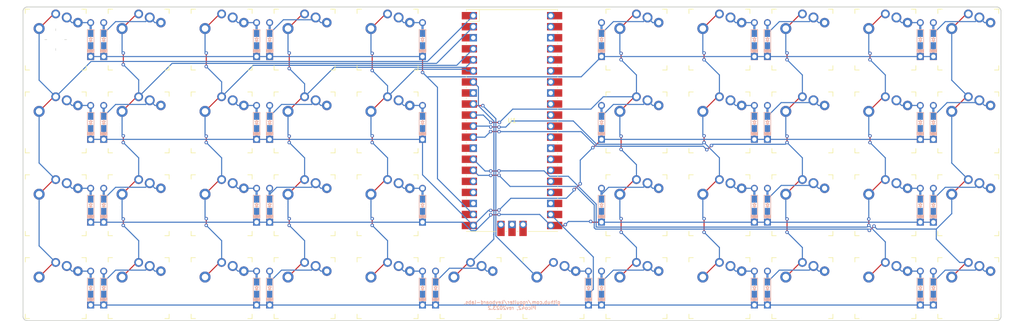
<source format=kicad_pcb>
(kicad_pcb (version 20221018) (generator pcbnew)
  (title_block (title "Pico42") (date "2023-10-05") (rev "2023.2") (company "Richard Goulter (rgoulter)") (comment 3 "Project: https://github.com/rgoulter/keyboard-labs") (comment 4 "Simple Through-Hole board using RPi Pico") (comment 5 "Compatible with PyKey40."))
  (layers (0 "F.Cu" signal "Front") (31 "B.Cu" signal "Back") (34 "B.Paste" user) (35 "F.Paste" user) (36 "B.SilkS" user "B.Silkscreen") (37 "F.SilkS" user "F.Silkscreen") (38 "B.Mask" user) (39 "F.Mask" user) (44 "Edge.Cuts" user))
  (net 0 "")
  (net 1 "/ROW1")
  (net 2 "/ROW2")
  (net 3 "/ROW3")
  (net 4 "/ROW4")
  (net 5 "Net-(D_4_7-A)")
  (net 6 "Net-(D_1_1-A)")
  (net 7 "Net-(D_1_2-A)")
  (net 8 "Net-(D_1_3-A)")
  (net 9 "Net-(D_1_4-A)")
  (net 10 "Net-(D_1_5-A)")
  (net 11 "Net-(D_1_8-A)")
  (net 12 "Net-(D_1_9-A)")
  (net 13 "Net-(D_1_10-A)")
  (net 14 "Net-(D_1_11-A)")
  (net 15 "Net-(D_1_12-A)")
  (net 16 "Net-(D_2_1-A)")
  (net 17 "Net-(D_2_2-A)")
  (net 18 "Net-(D_2_3-A)")
  (net 19 "Net-(D_2_4-A)")
  (net 20 "Net-(D_2_5-A)")
  (net 21 "Net-(D_2_8-A)")
  (net 22 "Net-(D_2_9-A)")
  (net 23 "Net-(D_2_10-A)")
  (net 24 "Net-(D_2_11-A)")
  (net 25 "Net-(D_2_12-A)")
  (net 26 "Net-(D_3_1-A)")
  (net 27 "Net-(D_3_2-A)")
  (net 28 "Net-(D_3_3-A)")
  (net 29 "Net-(D_3_4-A)")
  (net 30 "Net-(D_3_5-A)")
  (net 31 "Net-(D_3_8-A)")
  (net 32 "Net-(D_3_9-A)")
  (net 33 "Net-(D_3_10-A)")
  (net 34 "Net-(D_3_11-A)")
  (net 35 "Net-(D_3_12-A)")
  (net 36 "Net-(D_4_1-A)")
  (net 37 "Net-(D_4_2-A)")
  (net 38 "Net-(D_4_3-A)")
  (net 39 "Net-(D_4_4-A)")
  (net 40 "Net-(D_4_5-A)")
  (net 41 "Net-(D_4_6-A)")
  (net 42 "Net-(D_4_8-A)")
  (net 43 "Net-(D_4_9-A)")
  (net 44 "Net-(D_4_10-A)")
  (net 45 "Net-(D_4_11-A)")
  (net 46 "Net-(D_4_12-A)")
  (net 47 "/COL1")
  (net 48 "/COL2")
  (net 49 "/COL3")
  (net 50 "/COL4")
  (net 51 "/COL5")
  (net 52 "/COL8")
  (net 53 "/COL9")
  (net 54 "/COL10")
  (net 55 "/COL11")
  (net 56 "/COL12")
  (net 57 "/COL6")
  (net 58 "/COL7")
  (footprint "ProjectLocal:SW_MX_PG1350_substitutable" (layer "F.Cu") (at 57.5 57.5 180)
    (fp_text reference "SW_1_1" hide)
    (fp_text value "MX-compatible or Kailh Choc v1")
  )
  (footprint "ProjectLocal:SW_MX_PG1350_substitutable" (layer "F.Cu") (at 76.55 57.5 180)
    (fp_text reference "SW_1_2" hide)
    (fp_text value "MX-compatible or Kailh Choc v1")
  )
  (footprint "ProjectLocal:SW_MX_PG1350_substitutable" (layer "F.Cu") (at 95.6 57.5 180)
    (fp_text reference "SW_1_3" hide)
    (fp_text value "MX-compatible or Kailh Choc v1")
  )
  (footprint "ProjectLocal:SW_MX_PG1350_substitutable" (layer "F.Cu") (at 114.65 57.5 180)
    (fp_text reference "SW_1_4" hide)
    (fp_text value "MX-compatible or Kailh Choc v1")
  )
  (footprint "ProjectLocal:SW_MX_PG1350_substitutable" (layer "F.Cu") (at 133.7 57.5 180)
    (fp_text reference "SW_1_5" hide)
    (fp_text value "MX-compatible or Kailh Choc v1")
  )
  (footprint "ProjectLocal:SW_MX_PG1350_substitutable" (layer "F.Cu") (at 190.85 57.5 180)
    (fp_text reference "SW_1_8" hide)
    (fp_text value "MX-compatible or Kailh Choc v1")
  )
  (footprint "ProjectLocal:SW_MX_PG1350_substitutable" (layer "F.Cu") (at 209.9 57.5 180)
    (fp_text reference "SW_1_9" hide)
    (fp_text value "MX-compatible or Kailh Choc v1")
  )
  (footprint "ProjectLocal:SW_MX_PG1350_substitutable" (layer "F.Cu") (at 228.95 57.5 180)
    (fp_text reference "SW_1_10" hide)
    (fp_text value "MX-compatible or Kailh Choc v1")
  )
  (footprint "ProjectLocal:SW_MX_PG1350_substitutable" (layer "F.Cu") (at 248 57.5 180)
    (fp_text reference "SW_1_11" hide)
    (fp_text value "MX-compatible or Kailh Choc v1")
  )
  (footprint "ProjectLocal:SW_MX_PG1350_substitutable" (layer "F.Cu") (at 267.05 57.5 180)
    (fp_text reference "SW_1_12" hide)
    (fp_text value "MX-compatible or Kailh Choc v1")
  )
  (footprint "ProjectLocal:SW_MX_PG1350_substitutable" (layer "F.Cu") (at 57.5 76.55 180)
    (fp_text reference "SW_2_1" hide)
    (fp_text value "MX-compatible or Kailh Choc v1")
  )
  (footprint "ProjectLocal:SW_MX_PG1350_substitutable" (layer "F.Cu") (at 76.55 76.55 180)
    (fp_text reference "SW_2_2" hide)
    (fp_text value "MX-compatible or Kailh Choc v1")
  )
  (footprint "ProjectLocal:SW_MX_PG1350_substitutable" (layer "F.Cu") (at 95.6 76.55 180)
    (fp_text reference "SW_2_3" hide)
    (fp_text value "MX-compatible or Kailh Choc v1")
  )
  (footprint "ProjectLocal:SW_MX_PG1350_substitutable" (layer "F.Cu") (at 114.65 76.55 180)
    (fp_text reference "SW_2_4" hide)
    (fp_text value "MX-compatible or Kailh Choc v1")
  )
  (footprint "ProjectLocal:SW_MX_PG1350_substitutable" (layer "F.Cu") (at 133.7 76.55 180)
    (fp_text reference "SW_2_5" hide)
    (fp_text value "MX-compatible or Kailh Choc v1")
  )
  (footprint "ProjectLocal:SW_MX_PG1350_substitutable" (layer "F.Cu") (at 190.85 76.55 180)
    (fp_text reference "SW_2_8" hide)
    (fp_text value "MX-compatible or Kailh Choc v1")
  )
  (footprint "ProjectLocal:SW_MX_PG1350_substitutable" (layer "F.Cu") (at 209.9 76.55 180)
    (fp_text reference "SW_2_9" hide)
    (fp_text value "MX-compatible or Kailh Choc v1")
  )
  (footprint "ProjectLocal:SW_MX_PG1350_substitutable" (layer "F.Cu") (at 248 76.55 180)
    (fp_text reference "SW_2_11" hide)
    (fp_text value "MX-compatible or Kailh Choc v1")
  )
  (footprint "ProjectLocal:SW_MX_PG1350_substitutable" (layer "F.Cu") (at 267.05 76.55 180)
    (fp_text reference "SW_2_12" hide)
    (fp_text value "MX-compatible or Kailh Choc v1")
  )
  (footprint "ProjectLocal:SW_MX_PG1350_substitutable" (layer "F.Cu") (at 57.5 95.6 180)
    (fp_text reference "SW_3_1" hide)
    (fp_text value "MX-compatible or Kailh Choc v1")
  )
  (footprint "ProjectLocal:SW_MX_PG1350_substitutable" (layer "F.Cu") (at 76.55 95.6 180)
    (fp_text reference "SW_3_2" hide)
    (fp_text value "MX-compatible or Kailh Choc v1")
  )
  (footprint "ProjectLocal:SW_MX_PG1350_substitutable" (layer "F.Cu") (at 95.6 95.6 180)
    (fp_text reference "SW_3_3" hide)
    (fp_text value "MX-compatible or Kailh Choc v1")
  )
  (footprint "ProjectLocal:SW_MX_PG1350_substitutable" (layer "F.Cu") (at 114.65 95.6 180)
    (fp_text reference "SW_3_4" hide)
    (fp_text value "MX-compatible or Kailh Choc v1")
  )
  (footprint "ProjectLocal:SW_MX_PG1350_substitutable" (layer "F.Cu") (at 133.7 95.6 180)
    (fp_text reference "SW_3_5" hide)
    (fp_text value "MX-compatible or Kailh Choc v1")
  )
  (footprint "ProjectLocal:SW_MX_PG1350_substitutable" (layer "F.Cu") (at 190.85 95.6 180)
    (fp_text reference "SW_3_8" hide)
    (fp_text value "MX-compatible or Kailh Choc v1")
  )
  (footprint "ProjectLocal:SW_MX_PG1350_substitutable" (layer "F.Cu") (at 209.9 95.6 180)
    (fp_text reference "SW_3_9" hide)
    (fp_text value "MX-compatible or Kailh Choc v1")
  )
  (footprint "ProjectLocal:SW_MX_PG1350_substitutable" (layer "F.Cu") (at 228.95 95.6 180)
    (fp_text reference "SW_3_10" hide)
    (fp_text value "MX-compatible or Kailh Choc v1")
  )
  (footprint "ProjectLocal:SW_MX_PG1350_substitutable" (layer "F.Cu") (at 248 95.6 180)
    (fp_text reference "SW_3_11" hide)
    (fp_text value "MX-compatible or Kailh Choc v1")
  )
  (footprint "ProjectLocal:SW_MX_PG1350_substitutable" (layer "F.Cu") (at 267.05 95.6 180)
    (fp_text reference "SW_3_12" hide)
    (fp_text value "MX-compatible or Kailh Choc v1")
  )
  (footprint "ProjectLocal:SW_MX_PG1350_substitutable" (layer "F.Cu") (at 57.5 114.65 180)
    (fp_text reference "SW_4_1" hide)
    (fp_text value "MX-compatible or Kailh Choc v1")
  )
  (footprint "ProjectLocal:SW_MX_PG1350_substitutable" (layer "F.Cu") (at 76.55 114.65 180)
    (fp_text reference "SW_4_2" hide)
    (fp_text value "MX-compatible or Kailh Choc v1")
  )
  (footprint "ProjectLocal:SW_MX_PG1350_substitutable" (layer "F.Cu") (at 95.6 114.65 180)
    (fp_text reference "SW_4_3" hide)
    (fp_text value "MX-compatible or Kailh Choc v1")
  )
  (footprint "ProjectLocal:SW_MX_PG1350_substitutable" (layer "F.Cu") (at 114.65 114.65 180)
    (fp_text reference "SW_4_4" hide)
    (fp_text value "MX-compatible or Kailh Choc v1")
  )
  (footprint "ProjectLocal:SW_MX_PG1350_substitutable" (layer "F.Cu") (at 133.7 114.65 180)
    (fp_text reference "SW_4_5" hide)
    (fp_text value "MX-compatible or Kailh Choc v1")
  )
  (footprint "ProjectLocal:SW_MX_PG1350_substitutable" (layer "F.Cu") (at 152.75 114.65 180)
    (fp_text reference "SW_4_6" hide)
    (fp_text value "MX-compatible or Kailh Choc v1")
  )
  (footprint "ProjectLocal:SW_MX_PG1350_substitutable" (layer "F.Cu") (at 228.95 76.55 180)
    (fp_text reference "SW_2_10" hide)
    (fp_text value "MX-compatible or Kailh Choc v1")
  )
  (footprint "MountingHole:MountingHole_2.2mm_M2_DIN965" (layer "F.Cu") (at 67.025 105.125)
    (fp_text reference "H2" hide)
    (fp_text value "MountingHole")
  )
  (footprint "MountingHole:MountingHole_2.2mm_M2_DIN965" (layer "F.Cu") (at 257.525 105.125)
    (fp_text reference "H3" hide)
    (fp_text value "MountingHole")
  )
  (footprint "MountingHole:MountingHole_2.2mm_M2_DIN965" (layer "F.Cu") (at 162.275 86.075)
    (fp_text reference "H5" hide)
    (fp_text value "MountingHole")
  )
  (footprint "MountingHole:MountingHole_2.2mm_M2_DIN965" (layer "F.Cu") (at 257.525 67.025)
    (fp_text reference "H4" hide)
    (fp_text value "MountingHole")
  )
  (footprint "MountingHole:MountingHole_2.2mm_M2_DIN965" (layer "F.Cu") (at 67.025 67.025)
    (fp_text reference "H1" hide)
    (fp_text value "MountingHole")
  )
  (footprint "ProjectLocal:SW_MX_PG1350_substitutable" (layer "F.Cu") (at 248 114.65 180)
    (fp_text reference "SW_4_11" hide)
    (fp_text value "MX-compatible or Kailh Choc v1")
  )
  (footprint "MountingHole:MountingHole_2.2mm_M2_DIN965" (layer "F.Cu") (at 178.325 53.5)
    (fp_text reference "H10" hide)
    (fp_text value "MountingHole")
  )
  (footprint "ProjectLocal:SW_MX_PG1350_substitutable" (layer "F.Cu") (at 267.05 114.65 180)
    (fp_text reference "SW_4_12" hide)
    (fp_text value "MX-compatible or Kailh Choc v1")
  )
  (footprint "MCU_RaspberryPi_and_Boards:RPi_Pico_SMD_TH" (layer "F.Cu") (at 162.275 76.13)
    (fp_text reference "U1")
    (fp_text value "Pico")
  )
  (footprint "MountingHole:MountingHole_2.2mm_M2_DIN965" (layer "F.Cu") (at 178.325 102.125)
    (fp_text reference "H9" hide)
    (fp_text value "MountingHole")
  )
  (footprint "ProjectLocal:SW_MX_PG1350_substitutable" (layer "F.Cu") (at 171.8 114.65 180)
    (fp_text reference "SW_4_7" hide)
    (fp_text value "MX-compatible or Kailh Choc v1")
  )
  (footprint "MountingHole:MountingHole_2.2mm_M2_DIN965" (layer "F.Cu") (at 146.225 102.125)
    (fp_text reference "H8" hide)
    (fp_text value "MountingHole")
  )
  (footprint "MountingHole:MountingHole_2.2mm_M2_DIN965" (layer "F.Cu") (at 146.225 53.5)
    (fp_text reference "H7" hide)
    (fp_text value "MountingHole")
  )
  (footprint "ProjectLocal:SW_MX_PG1350_substitutable" (layer "F.Cu") (at 228.95 114.65 180)
    (fp_text reference "SW_4_10" hide)
    (fp_text value "MX-compatible or Kailh Choc v1")
  )
  (footprint "ProjectLocal:SW_MX_PG1350_substitutable" (layer "F.Cu") (at 190.85 114.65 180)
    (fp_text reference "SW_4_8" hide)
    (fp_text value "MX-compatible or Kailh Choc v1")
  )
  (footprint "MountingHole:MountingHole_2.2mm_M2_DIN965" (layer "F.Cu") (at 148.225 86.075)
    (fp_text reference "H6" hide)
    (fp_text value "MountingHole")
  )
  (footprint "ProjectLocal:SW_MX_PG1350_substitutable" (layer "F.Cu") (at 209.9 114.65 180)
    (fp_text reference "SW_4_9" hide)
    (fp_text value "MX-compatible or Kailh Choc v1")
  )
  (footprint "ProjectLocal:Diode-dual" (layer "B.Cu") (at 259.025 114.65 -90)
    (fp_text reference "D_4_12" hide)
    (fp_text value "1N4148" hide)
  )
  (footprint "ProjectLocal:Diode-dual" (layer "B.Cu") (at 106.625 95.6 -90)
    (fp_text reference "D_3_4" hide)
    (fp_text value "1N4148" hide)
  )
  (footprint "ProjectLocal:Diode-dual" (layer "B.Cu") (at 179.825 114.65 -90)
    (fp_text reference "D_4_7" hide)
    (fp_text value "1N4148" hide)
  )
  (footprint "ProjectLocal:Diode-dual" (layer "B.Cu") (at 103.625 76.55 -90)
    (fp_text reference "D_2_3" hide)
    (fp_text value "1N4148" hide)
  )
  (footprint "ProjectLocal:Diode-dual" (layer "B.Cu") (at 141.725 95.6 -90)
    (fp_text reference "D_3_5" hide)
    (fp_text value "1N4148" hide)
  )
  (footprint "ProjectLocal:Diode-dual" (layer "B.Cu") (at 259.025 95.6 -90)
    (fp_text reference "D_3_12" hide)
    (fp_text value "1N4148" hide)
  )
  (footprint "ProjectLocal:Diode-dual" (layer "B.Cu") (at 68.525 57.5 -90)
    (fp_text reference "D_1_2" hide)
    (fp_text value "1N4148" hide)
  )
  (footprint "ProjectLocal:Diode-dual" (layer "B.Cu") (at 256.025 57.5 -90)
    (fp_text reference "D_1_11" hide)
    (fp_text value "1N4148" hide)
  )
  (footprint "ProjectLocal:Diode-dual" (layer "B.Cu") (at 182.825 57.5 -90)
    (fp_text reference "D_1_8" hide)
    (fp_text value "1N4148" hide)
  )
  (footprint "ProjectLocal:Diode-dual" (layer "B.Cu") (at 68.525 95.6 -90)
    (fp_text reference "D_3_2" hide)
    (fp_text value "1N4148" hide)
  )
  (footprint "ProjectLocal:Diode-dual" (layer "B.Cu") (at 220.925 76.55 -90)
    (fp_text reference "D_2_10" hide)
    (fp_text value "1N4148" hide)
  )
  (footprint "ProjectLocal:Diode-dual" (layer "B.Cu") (at 106.625 76.55 -90)
    (fp_text reference "D_2_4" hide)
    (fp_text value "1N4148" hide)
  )
  (footprint "ProjectLocal:Diode-dual" (layer "B.Cu") (at 65.525 95.6 -90)
    (fp_text reference "D_3_1" hide)
    (fp_text value "1N4148" hide)
  )
  (footprint "ProjectLocal:Diode-dual" (layer "B.Cu") (at 106.625 114.65 -90)
    (fp_text reference "D_4_4" hide)
    (fp_text value "1N4148" hide)
  )
  (footprint "ProjectLocal:Diode-dual" (layer "B.Cu") (at 141.725 114.65 -90)
    (fp_text reference "D_4_5" hide)
    (fp_text value "1N4148" hide)
  )
  (footprint "ProjectLocal:Diode-dual" (layer "B.Cu") (at 103.625 95.6 -90)
    (fp_text reference "D_3_3" hide)
    (fp_text value "1N4148" hide)
  )
  (footprint "ProjectLocal:Diode-dual" (layer "B.Cu") (at 256.025 95.6 -90)
    (fp_text reference "D_3_11" hide)
    (fp_text value "1N4148" hide)
  )
  (footprint "ProjectLocal:Diode-dual" (layer "B.Cu") (at 106.625 57.5 -90)
    (fp_text reference "D_1_4" hide)
    (fp_text value "1N4148" hide)
  )
  (footprint "ProjectLocal:Diode-dual" (layer "B.Cu") (at 141.725 76.55 -90)
    (fp_text reference "D_2_5" hide)
    (fp_text value "1N4148" hide)
  )
  (footprint "ProjectLocal:Diode-dual" (layer "B.Cu") (at 217.925 95.6 -90)
    (fp_text reference "D_3_9" hide)
    (fp_text value "1N4148" hide)
  )
  (footprint "ProjectLocal:Diode-dual" (layer "B.Cu") (at 217.925 76.55 -90)
    (fp_text reference "D_2_9" hide)
    (fp_text value "1N4148" hide)
  )
  (footprint "ProjectLocal:Diode-dual" (layer "B.Cu") (at 256.025 114.65 -90)
    (fp_text reference "D_4_11" hide)
    (fp_text value "1N4148" hide)
  )
  (footprint "ProjectLocal:Diode-dual" (layer "B.Cu") (at 220.925 95.6 -90)
    (fp_text reference "D_3_10" hide)
    (fp_text value "1N4148" hide)
  )
  (footprint "ProjectLocal:Diode-dual" (layer "B.Cu") (at 68.525 114.65 -90)
    (fp_text reference "D_4_2" hide)
    (fp_text value "1N4148" hide)
  )
  (footprint "ProjectLocal:Diode-dual" (layer "B.Cu") (at 103.625 57.5 -90)
    (fp_text reference "D_1_3" hide)
    (fp_text value "1N4148" hide)
  )
  (footprint "ProjectLocal:Diode-dual" (layer "B.Cu") (at 182.825 114.65 -90)
    (fp_text reference "D_4_8" hide)
    (fp_text value "1N4148" hide)
  )
  (footprint "ProjectLocal:Diode-dual" (layer "B.Cu") (at 65.525 114.65 -90)
    (fp_text reference "D_4_1" hide)
    (fp_text value "1N4148" hide)
  )
  (footprint "ProjectLocal:Diode-dual" (layer "B.Cu") (at 182.825 76.55 -90)
    (fp_text reference "D_2_8" hide)
    (fp_text value "1N4148" hide)
  )
  (footprint "ProjectLocal:Diode-dual" (layer "B.Cu") (at 259.025 76.55 -90)
    (fp_text reference "D_2_12" hide)
    (fp_text value "1N4148" hide)
  )
  (footprint "ProjectLocal:Diode-dual" (layer "B.Cu") (at 217.925 114.65 -90)
    (fp_text reference "D_4_9" hide)
    (fp_text value "1N4148" hide)
  )
  (footprint "ProjectLocal:Diode-dual" (layer "B.Cu") (at 220.925 57.5 -90)
    (fp_text reference "D_1_10" hide)
    (fp_text value "1N4148" hide)
  )
  (footprint "ProjectLocal:Diode-dual" (layer "B.Cu") (at 220.925 114.65 -90)
    (fp_text reference "D_4_10" hide)
    (fp_text value "1N4148" hide)
  )
  (footprint "ProjectLocal:Diode-dual" (layer "B.Cu") (at 141.725 57.5 -90)
    (fp_text reference "D_1_5" hide)
    (fp_text value "1N4148" hide)
  )
  (footprint "ProjectLocal:Diode-dual" (layer "B.Cu") (at 182.825 95.6 -90)
    (fp_text reference "D_3_8" hide)
    (fp_text value "1N4148" hide)
  )
  (footprint "ProjectLocal:Diode-dual" (layer "B.Cu") (at 65.525 57.5 -90)
    (fp_text reference "D_1_1" hide)
    (fp_text value "1N4148" hide)
  )
  (footprint "ProjectLocal:Diode-dual" (layer "B.Cu") (at 103.625 114.65 -90)
    (fp_text reference "D_4_3" hide)
    (fp_text value "1N4148" hide)
  )
  (footprint "ProjectLocal:Diode-dual" (layer "B.Cu") (at 65.525 76.55 -90)
    (fp_text reference "D_2_1" hide)
    (fp_text value "1N4148" hide)
  )
  (footprint "ProjectLocal:Diode-dual" (layer "B.Cu") (at 217.925 57.5 -90)
    (fp_text reference "D_1_9" hide)
    (fp_text value "1N4148" hide)
  )
  (footprint "ProjectLocal:Diode-dual" (layer "B.Cu") (at 259.025 57.5 -90)
    (fp_text reference "D_1_12" hide)
    (fp_text value "1N4148" hide)
  )
  (footprint "ProjectLocal:Diode-dual" (layer "B.Cu") (at 144.725 114.65 -90)
    (fp_text reference "D_4_6" hide)
    (fp_text value "1N4148" hide)
  )
  (footprint "ProjectLocal:Diode-dual" (layer "B.Cu") (at 256.025 76.55 -90)
    (fp_text reference "D_2_11" hide)
    (fp_text value "1N4148" hide)
  )
  (footprint "ProjectLocal:Diode-dual" (layer "B.Cu") (at 68.525 76.55 -90)
    (fp_text reference "D_2_2" hide)
    (fp_text value "1N4148" hide)
  )
  (gr_line (start 50.086441 121.5567) (end 50.133972 121.65) (stroke (width 0.2)) (layer "Edge.Cuts"))
  (gr_line (start 50 121.15) (end 50.005478 121.2545) (stroke (width 0.2)) (layer "Edge.Cuts"))
  (gr_line (start 273.957 50.086441) (end 273.859 50.048935) (stroke (width 0.2)) (layer "Edge.Cuts"))
  (gr_line (start 274.05 122.016) (end 274.138 121.959) (stroke (width 0.2)) (layer "Edge.Cuts"))
  (gr_line (start 274.416 50.5) (end 274.359 50.412201) (stroke (width 0.2)) (layer "Edge.Cuts"))
  (gr_line (start 50.330856 50.256851) (end 50.256851 50.330856) (stroke (width 0.2)) (layer "Edge.Cuts"))
  (gr_line (start 50.593262 50.086441) (end 50.5 50.133972) (stroke (width 0.2)) (layer "Edge.Cuts"))
  (gr_line (start 274.528 121.3579) (end 274.545 121.2545) (stroke (width 0.2)) (layer "Edge.Cuts"))
  (gr_line (start 50.086441 50.593262) (end 50.048935 50.690979) (stroke (width 0.2)) (layer "Edge.Cuts"))
  (gr_line (start 274.501 50.690979) (end 274.464 50.593262) (stroke (width 0.2)) (layer "Edge.Cuts"))
  (gr_line (start 274.545 121.2545) (end 274.55 121.15) (stroke (width 0.2)) (layer "Edge.Cuts"))
  (gr_line (start 50.690979 50.048935) (end 50.593262 50.086441) (stroke (width 0.2)) (layer "Edge.Cuts"))
  (gr_line (start 50.792084 122.1281) (end 50.895462 122.1445) (stroke (width 0.2)) (layer "Edge.Cuts"))
  (gr_line (start 50.412201 121.959) (end 50.5 122.016) (stroke (width 0.2)) (layer "Edge.Cuts"))
  (gr_line (start 274.05 50.133972) (end 273.957 50.086441) (stroke (width 0.2)) (layer "Edge.Cuts"))
  (gr_line (start 50.190979 50.412201) (end 50.133972 50.5) (stroke (width 0.2)) (layer "Edge.Cuts"))
  (gr_line (start 50.048935 121.459) (end 50.086441 121.5567) (stroke (width 0.2)) (layer "Edge.Cuts"))
  (gr_line (start 274.464 121.5567) (end 274.501 121.459) (stroke (width 0.2)) (layer "Edge.Cuts"))
  (gr_line (start 274.293 121.8191) (end 274.359 121.7378) (stroke (width 0.2)) (layer "Edge.Cuts"))
  (gr_line (start 50.005478 50.895462) (end 50 51) (stroke (width 0.2)) (layer "Edge.Cuts"))
  (gr_line (start 274.219 121.8931) (end 274.293 121.8191) (stroke (width 0.2)) (layer "Edge.Cuts"))
  (gr_line (start 50.895462 122.1445) (end 51 122.15) (stroke (width 0.2)) (layer "Edge.Cuts"))
  (gr_line (start 50.412201 50.190979) (end 50.330856 50.256851) (stroke (width 0.2)) (layer "Edge.Cuts"))
  (gr_line (start 50.5 50.133972) (end 50.412201 50.190979) (stroke (width 0.2)) (layer "Edge.Cuts"))
  (gr_line (start 50.256851 121.8191) (end 50.330856 121.8931) (stroke (width 0.2)) (layer "Edge.Cuts"))
  (gr_line (start 273.55 122.15) (end 273.655 122.1445) (stroke (width 0.2)) (layer "Edge.Cuts"))
  (gr_line (start 273.55 50) (end 51 50) (stroke (width 0.2)) (layer "Edge.Cuts"))
  (gr_line (start 274.219 50.256851) (end 274.138 50.190979) (stroke (width 0.2)) (layer "Edge.Cuts"))
  (gr_line (start 274.138 121.959) (end 274.219 121.8931) (stroke (width 0.2)) (layer "Edge.Cuts"))
  (gr_line (start 50.593262 122.0636) (end 50.690979 122.1011) (stroke (width 0.2)) (layer "Edge.Cuts"))
  (gr_line (start 274.501 121.459) (end 274.528 121.3579) (stroke (width 0.2)) (layer "Edge.Cuts"))
  (gr_line (start 50.021851 50.792084) (end 50.005478 50.895462) (stroke (width 0.2)) (layer "Edge.Cuts"))
  (gr_line (start 274.359 121.7378) (end 274.416 121.65) (stroke (width 0.2)) (layer "Edge.Cuts"))
  (gr_line (start 50.895462 50.005478) (end 50.792084 50.021851) (stroke (width 0.2)) (layer "Edge.Cuts"))
  (gr_line (start 274.293 50.330856) (end 274.219 50.256851) (stroke (width 0.2)) (layer "Edge.Cuts"))
  (gr_line (start 273.655 50.005478) (end 273.55 50) (stroke (width 0.2)) (layer "Edge.Cuts"))
  (gr_line (start 274.545 50.895462) (end 274.528 50.792084) (stroke (width 0.2)) (layer "Edge.Cuts"))
  (gr_line (start 274.416 121.65) (end 274.464 121.5567) (stroke (width 0.2)) (layer "Edge.Cuts"))
  (gr_line (start 51 50) (end 50.895462 50.005478) (stroke (width 0.2)) (layer "Edge.Cuts"))
  (gr_line (start 273.859 122.1011) (end 273.957 122.0636) (stroke (width 0.2)) (layer "Edge.Cuts"))
  (gr_line (start 273.758 50.021851) (end 273.655 50.005478) (stroke (width 0.2)) (layer "Edge.Cuts"))
  (gr_line (start 50.690979 122.1011) (end 50.792084 122.1281) (stroke (width 0.2)) (layer "Edge.Cuts"))
  (gr_line (start 274.55 121.15) (end 274.55 51) (stroke (width 0.2)) (layer "Edge.Cuts"))
  (gr_line (start 274.464 50.593262) (end 274.416 50.5) (stroke (width 0.2)) (layer "Edge.Cuts"))
  (gr_line (start 50.021851 121.3579) (end 50.048935 121.459) (stroke (width 0.2)) (layer "Edge.Cuts"))
  (gr_line (start 50.190979 121.7378) (end 50.256851 121.8191) (stroke (width 0.2)) (layer "Edge.Cuts"))
  (gr_line (start 51 122.15) (end 273.55 122.15) (stroke (width 0.2)) (layer "Edge.Cuts"))
  (gr_line (start 273.758 122.1281) (end 273.859 122.1011) (stroke (width 0.2)) (layer "Edge.Cuts"))
  (gr_line (start 50.133972 50.5) (end 50.086441 50.593262) (stroke (width 0.2)) (layer "Edge.Cuts"))
  (gr_line (start 50.005478 121.2545) (end 50.021851 121.3579) (stroke (width 0.2)) (layer "Edge.Cuts"))
  (gr_line (start 50.048935 50.690979) (end 50.021851 50.792084) (stroke (width 0.2)) (layer "Edge.Cuts"))
  (gr_line (start 273.859 50.048935) (end 273.758 50.021851) (stroke (width 0.2)) (layer "Edge.Cuts"))
  (gr_line (start 274.528 50.792084) (end 274.501 50.690979) (stroke (width 0.2)) (layer "Edge.Cuts"))
  (gr_line (start 274.55 51) (end 274.545 50.895462) (stroke (width 0.2)) (layer "Edge.Cuts"))
  (gr_line (start 273.655 122.1445) (end 273.758 122.1281) (stroke (width 0.2)) (layer "Edge.Cuts"))
  (gr_line (start 274.359 50.412201) (end 274.293 50.330856) (stroke (width 0.2)) (layer "Edge.Cuts"))
  (gr_line (start 50.5 122.016) (end 50.593262 122.0636) (stroke (width 0.2)) (layer "Edge.Cuts"))
  (gr_line (start 274.138 50.190979) (end 274.05 50.133972) (stroke (width 0.2)) (layer "Edge.Cuts"))
  (gr_line (start 50 51) (end 50 121.15) (stroke (width 0.2)) (layer "Edge.Cuts"))
  (gr_line (start 50.792084 50.021851) (end 50.690979 50.048935) (stroke (width 0.2)) (layer "Edge.Cuts"))
  (gr_line (start 50.330856 121.8931) (end 50.412201 121.959) (stroke (width 0.2)) (layer "Edge.Cuts"))
  (gr_line (start 50.133972 121.65) (end 50.190979 121.7378) (stroke (width 0.2)) (layer "Edge.Cuts"))
  (gr_line (start 273.957 122.0636) (end 274.05 122.016) (stroke (width 0.2)) (layer "Edge.Cuts"))
  (gr_line (start 50.256851 50.330856) (end 50.190979 50.412201) (stroke (width 0.2)) (layer "Edge.Cuts"))
  (gr_text "github.com/rgoulter/keyboard-labs,\n${TITLE}, rev${REVISION}" (at 162.275 118.5672) (layer "B.SilkS") (effects (font (size 0.8 0.8) (thickness 0.16)) (justify mirror)))
  (target plus (at 57.5 57.5) (size 5) (width 0.09906) (layer "Edge.Cuts"))
  (target plus (at 57.5 57.5) (size 5) (width 0.09906) (layer "Edge.Cuts"))
  (segment (start 141.725 65.0425) (end 141.732 65.0495) (width 0.25) (layer "F.Cu") (net 1))
  (segment (start 141.725 61.4) (end 141.725 65.0425) (width 0.25) (layer "F.Cu") (net 1))
  (via (at 141.732 65.0495) (size 0.8) (drill 0.4) (layers "F.Cu" "B.Cu") (net 1))
  (segment (start 103.625 61.4) (end 106.625 61.4) (width 0.25) (layer "B.Cu") (net 1))
  (segment (start 182.825 61.4) (end 217.925 61.4) (width 0.25) (layer "B.Cu") (net 1))
  (segment (start 145.161 68.4785) (end 145.161 89.496) (width 0.25) (layer "B.Cu") (net 1))
  (segment (start 217.925 61.4) (end 220.925 61.4) (width 0.25) (layer "B.Cu") (net 1))
  (segment (start 220.925 61.4) (end 256.025 61.4) (width 0.25) (layer "B.Cu") (net 1))
  (segment (start 106.625 61.4) (end 141.725 61.4) (width 0.25) (layer "B.Cu") (net 1))
  (segment (start 178.16 66.065) (end 182.825 61.4) (width 0.25) (layer "B.Cu") (net 1))
  (segment (start 65.525 61.4) (end 68.525 61.4) (width 0.25) (layer "B.Cu") (net 1))
  (segment (start 142.7475 66.065) (end 178.16 66.065) (width 0.25) (layer "B.Cu") (net 1))
  (segment (start 68.525 61.4) (end 103.625 61.4) (width 0.25) (layer "B.Cu") (net 1))
  (segment (start 141.732 65.0495) (end 142.7475 66.065) (width 0.25) (layer "B.Cu") (net 1))
  (segment (start 256.025 61.4) (end 259.025 61.4) (width 0.25) (layer "B.Cu") (net 1))
  (segment (start 145.161 89.496) (end 153.385 97.72) (width 0.25) (layer "B.Cu") (net 1))
  (segment (start 141.732 65.0495) (end 145.161 68.4785) (width 0.25) (layer "B.Cu") (net 1))
  (segment (start 180.816703 82.352697) (end 180.922303 82.352697) (width 0.25) (layer "F.Cu") (net 2))
  (segment (start 176.605498 91.9995) (end 177.948149 90.656849) (width 0.25) (layer "F.Cu") (net 2))
  (segment (start 176.529154 91.9995) (end 176.605498 91.9995) (width 0.25) (layer "F.Cu") (net 2))
  (segment (start 159.2083 96.790497) (end 159.2845 96.714297) (width 0.25) (layer "F.Cu") (net 2))
  (segment (start 157.3855 96.790497) (end 159.2083 96.790497) (width 0.25) (layer "F.Cu") (net 2))
  (segment (start 180.922303 82.352697) (end 182.825 80.45) (width 0.25) (layer "F.Cu") (net 2))
  (via (at 157.3855 96.790497) (size 0.8) (drill 0.4) (layers "F.Cu" "B.Cu") (net 2))
  (via (at 177.948149 90.656849) (size 0.8) (drill 0.4) (layers "F.Cu" "B.Cu") (net 2))
  (via (at 180.816703 82.352697) (size 0.8) (drill 0.4) (layers "F.Cu" "B.Cu") (net 2))
  (via (at 176.529154 91.9995) (size 0.8) (drill 0.4) (layers "F.Cu" "B.Cu") (net 2))
  (via (at 159.2845 96.714297) (size 0.8) (drill 0.4) (layers "F.Cu" "B.Cu") (net 2))
  (segment (start 103.625 80.45) (end 106.625 80.45) (width 0.25) (layer "B.Cu") (net 2))
  (segment (start 217.925 80.45) (end 182.825 80.45) (width 0.25) (layer "B.Cu") (net 2))
  (segment (start 153.385 100.26) (end 156.854503 96.790497) (width 0.25) (layer "B.Cu") (net 2))
  (segment (start 156.854503 96.790497) (end 157.3855 96.790497) (width 0.25) (layer "B.Cu") (net 2))
  (segment (start 177.948149 85.221251) (end 180.816703 82.352697) (width 0.25) (layer "B.Cu") (net 2))
  (segment (start 141.725 88.6) (end 153.385 100.26) (width 0.25) (layer "B.Cu") (net 2))
  (segment (start 174.727 94.005) (end 176.529154 92.202846) (width 0.25) (layer "B.Cu") (net 2))
  (segment (start 259.025 80.45) (end 256.025 80.45) (width 0.25) (layer "B.Cu") (net 2))
  (segment (start 177.948149 90.656849) (end 177.948149 85.221251) (width 0.25) (layer "B.Cu") (net 2))
  (segment (start 176.529154 92.202846) (end 176.529154 91.9995) (width 0.25) (layer "B.Cu") (net 2))
  (segment (start 256.025 80.45) (end 220.925 80.45) (width 0.25) (layer "B.Cu") (net 2))
  (segment (start 141.725 80.45) (end 141.725 88.6) (width 0.25) (layer "B.Cu") (net 2))
  (segment (start 161.993797 94.005) (end 174.727 94.005) (width 0.25) (layer "B.Cu") (net 2))
  (segment (start 159.2845 96.714297) (end 161.993797 94.005) (width 0.25) (layer "B.Cu") (net 2))
  (segment (start 65.525 80.45) (end 68.525 80.45) (width 0.25) (layer "B.Cu") (net 2))
  (segment (start 68.525 80.45) (end 103.625 80.45) (width 0.25) (layer "B.Cu") (net 2))
  (segment (start 106.625 80.45) (end 141.725 80.45) (width 0.25) (layer "B.Cu") (net 2))
  (segment (start 220.925 80.45) (end 217.925 80.45) (width 0.25) (layer "B.Cu") (net 2))
  (segment (start 182.825 99.5) (end 180.51 99.5) (width 0.25) (layer "F.Cu") (net 3))
  (segment (start 157.3855 97.79) (end 159.2083 97.79) (width 0.25) (layer "F.Cu") (net 3))
  (segment (start 174.314 100.26) (end 171.165 100.26) (width 0.25) (layer "F.Cu") (net 3))
  (segment (start 159.2083 97.79) (end 159.2845 97.7138) (width 0.25) (layer "F.Cu") (net 3))
  (segment (start 174.521799 100.052201) (end 174.314 100.26) (width 0.25) (layer "F.Cu") (net 3))
  (segment (start 180.51 99.5) (end 180.34 99.33) (width 0.25) (layer "F.Cu") (net 3))
  (via (at 174.521799 100.052201) (size 0.8) (drill 0.4) (layers "F.Cu" "B.Cu") (net 3))
  (via (at 180.34 99.33) (size 0.8) (drill 0.4) (layers "F.Cu" "B.Cu") (net 3))
  (via (at 159.2845 97.7138) (size 0.8) (drill 0.4) (layers "F.Cu" "B.Cu") (net 3))
  (via (at 157.3855 97.79) (size 0.8) (drill 0.4) (layers "F.Cu" "B.Cu") (net 3))
  (segment (start 259.025 99.5) (end 256.025 99.5) (width 0.25) (layer "B.Cu") (net 3))
  (segment (start 256.025 99.5) (end 220.925 99.5) (width 0.25) (layer "B.Cu") (net 3))
  (segment (start 106.625 99.5) (end 141.725 99.5) (width 0.25) (layer "B.Cu") (net 3))
  (segment (start 150.963299 99.5) (end 152.898299 101.435) (width 0.25) (layer "B.Cu") (net 3))
  (segment (start 152.898299 101.435) (end 153.9183 101.435) (width 0.25) (layer "B.Cu") (net 3))
  (segment (start 159.2845 97.7138) (end 168.6188 97.7138) (width 0.25) (layer "B.Cu") (net 3))
  (segment (start 157.3855 97.9678) (end 157.3855 97.79) (width 0.25) (layer "B.Cu") (net 3))
  (segment (start 153.9183 101.435) (end 157.3855 97.9678) (width 0.25) (layer "B.Cu") (net 3))
  (segment (start 103.625 99.5) (end 106.625 99.5) (width 0.25) (layer "B.Cu") (net 3))
  (segment (start 180.34 99.33) (end 175.244 99.33) (width 0.25) (layer "B.Cu") (net 3))
  (segment (start 168.6188 97.7138) (end 171.165 100.26) (width 0.25) (layer "B.Cu") (net 3))
  (segment (start 65.525 99.5) (end 68.525 99.5) (width 0.25) (layer "B.Cu") (net 3))
  (segment (start 141.725 99.5) (end 150.963299 99.5) (width 0.25) (layer "B.Cu") (net 3))
  (segment (start 68.525 99.5) (end 103.625 99.5) (width 0.25) (layer "B.Cu") (net 3))
  (segment (start 217.925 99.5) (end 182.825 99.5) (width 0.25) (layer "B.Cu") (net 3))
  (segment (start 175.244 99.33) (end 174.521799 100.052201) (width 0.25) (layer "B.Cu") (net 3))
  (segment (start 220.925 99.5) (end 217.925 99.5) (width 0.25) (layer "B.Cu") (net 3))
  (segment (start 217.925 118.55) (end 182.825 118.55) (width 0.25) (layer "B.Cu") (net 4))
  (segment (start 179.825 118.55) (end 144.725 118.55) (width 0.25) (layer "B.Cu") (net 4))
  (segment (start 68.525 118.55) (end 103.625 118.55) (width 0.25) (layer "B.Cu") (net 4))
  (segment (start 256.025 118.55) (end 220.925 118.55) (width 0.25) (layer "B.Cu") (net 4))
  (segment (start 171.165 97.72) (end 180.95 107.505) (width 0.25) (layer "B.Cu") (net 4))
  (segment (start 182.825 118.55) (end 179.825 118.55) (width 0.25) (layer "B.Cu") (net 4))
  (segment (start 180.95 107.505) (end 180.95 114.925) (width 0.25) (layer "B.Cu") (net 4))
  (segment (start 259.025 118.55) (end 256.025 118.55) (width 0.25) (layer "B.Cu") (net 4))
  (segment (start 65.525 118.55) (end 68.525 118.55) (width 0.25) (layer "B.Cu") (net 4))
  (segment (start 103.625 118.55) (end 106.625 118.55) (width 0.25) (layer "B.Cu") (net 4))
  (segment (start 220.925 118.55) (end 217.925 118.55) (width 0.25) (layer "B.Cu") (net 4))
  (segment (start 106.625 118.55) (end 141.725 118.55) (width 0.25) (layer "B.Cu") (net 4))
  (segment (start 141.725 118.55) (end 144.725 118.55) (width 0.25) (layer "B.Cu") (net 4))
  (segment (start 180.95 114.925) (end 179.825 116.05) (width 0.25) (layer "B.Cu") (net 4))
  (segment (start 174.34 109.57) (end 175.52 110.75) (width 0.25) (layer "B.Cu") (net 5))
  (segment (start 176.9 110.75) (end 179.825 110.75) (width 0.25) (layer "B.Cu") (net 5))
  (segment (start 175.52 110.75) (end 176.9 110.75) (width 0.25) (layer "B.Cu") (net 5))
  (segment (start 61.22 53.6) (end 62.6 53.6) (width 0.25) (layer "B.Cu") (net 6))
  (segment (start 60.04 52.42) (end 61.22 53.6) (width 0.25) (layer "B.Cu") (net 6))
  (segment (start 62.6 53.6) (end 65.525 53.6) (width 0.25) (layer "B.Cu") (net 6))
  (segment (start 78.145 53.365) (end 79.09 52.42) (width 0.25) (layer "B.Cu") (net 7))
  (segment (start 79.09 52.42) (end 80.27 53.6) (width 0.25) (layer "B.Cu") (net 7))
  (segment (start 68.525 56.1) (end 68.525 53.6) (width 0.25) (layer "B.Cu") (net 7))
  (segment (start 68.525 56.1) (end 71.26 53.365) (width 0.25) (layer "B.Cu") (net 7))
  (segment (start 80.27 53.6) (end 81.65 53.6) (width 0.25) (layer "B.Cu") (net 7))
  (segment (start 71.26 53.365) (end 78.145 53.365) (width 0.25) (layer "B.Cu") (net 7))
  (segment (start 99.32 53.6) (end 100.7 53.6) (width 0.25) (layer "B.Cu") (net 8))
  (segment (start 100.7 53.6) (end 103.625 53.6) (width 0.25) (layer "B.Cu") (net 8))
  (segment (start 98.14 52.42) (end 99.32 53.6) (width 0.25) (layer "B.Cu") (net 8))
  (segment (start 106.625 56.1) (end 109.784 52.941) (width 0.25) (layer "B.Cu") (net 9))
  (segment (start 118.37 53.6) (end 119.75 53.6) (width 0.25) (layer "B.Cu") (net 9))
  (segment (start 117.19 52.42) (end 118.37 53.6) (width 0.25) (layer "B.Cu") (net 9))
  (segment (start 109.784 52.941) (end 116.669 52.941) (width 0.25) (layer "B.Cu") (net 9))
  (segment (start 137.42 53.6) (end 138.8 53.6) (width 0.25) (layer "B.Cu") (net 10))
  (segment (start 138.8 53.6) (end 141.725 53.6) (width 0.25) (layer "B.Cu") (net 10))
  (segment (start 136.24 52.42) (end 137.42 53.6) (width 0.25) (layer "B.Cu") (net 10))
  (segment (start 182.825 53.6) (end 182.825 56.1) (width 0.25) (layer "B.Cu") (net 11))
  (segment (start 182.825 56.1) (end 185.56 53.365) (width 0.25) (layer "B.Cu") (net 11))
  (segment (start 193.39 52.42) (end 194.57 53.6) (width 0.25) (layer "B.Cu") (net 11))
  (segment (start 194.57 53.6) (end 195.95 53.6) (width 0.25) (layer "B.Cu") (net 11))
  (segment (start 192.445 53.365) (end 193.39 52.42) (width 0.25) (layer "B.Cu") (net 11))
  (segment (start 185.56 53.365) (end 192.445 53.365) (width 0.25) (layer "B.Cu") (net 11))
  (segment (start 215 53.6) (end 217.925 53.6) (width 0.25) (layer "B.Cu") (net 12))
  (segment (start 212.44 52.42) (end 213.62 53.6) (width 0.25) (layer "B.Cu") (net 12))
  (segment (start 213.62 53.6) (end 215 53.6) (width 0.25) (layer "B.Cu") (net 12))
  (segment (start 223.66 53.365) (end 230.545 53.365) (width 0.25) (layer "B.Cu") (net 13))
  (segment (start 230.545 53.365) (end 231.49 52.42) (width 0.25) (layer "B.Cu") (net 13))
  (segment (start 231.49 52.42) (end 232.67 53.6) (width 0.25) (layer "B.Cu") (net 13))
  (segment (start 220.925 56.1) (end 223.66 53.365) (width 0.25) (layer "B.Cu") (net 13))
  (segment (start 232.67 53.6) (end 234.05 53.6) (width 0.25) (layer "B.Cu") (net 13))
  (segment (start 251.72 53.6) (end 253.1 53.6) (width 0.25) (layer "B.Cu") (net 14))
  (segment (start 250.54 52.42) (end 251.72 53.6) (width 0.25) (layer "B.Cu") (net 14))
  (segment (start 253.1 53.6) (end 256.025 53.6) (width 0.25) (layer "B.Cu") (net 14))
  (segment (start 268.645 53.365) (end 269.59 52.42) (width 0.25) (layer "B.Cu") (net 15))
  (segment (start 261.76 53.365) (end 268.645 53.365) (width 0.25) (layer "B.Cu") (net 15))
  (segment (start 270.77 53.6) (end 272.15 53.6) (width 0.25) (layer "B.Cu") (net 15))
  (segment (start 259.025 56.1) (end 261.76 53.365) (width 0.25) (layer "B.Cu") (net 15))
  (segment (start 269.59 52.42) (end 270.77 53.6) (width 0.25) (layer "B.Cu") (net 15))
  (segment (start 62.6 72.65) (end 65.525 72.65) (width 0.25) (layer "B.Cu") (net 16))
  (segment (start 60.04 71.47) (end 61.22 72.65) (width 0.25) (layer "B.Cu") (net 16))
  (segment (start 61.22 72.65) (end 62.6 72.65) (width 0.25) (layer "B.Cu") (net 16))
  (segment (start 71.26 72.415) (end 78.145 72.415) (width 0.25) (layer "B.Cu") (net 17))
  (segment (start 79.09 71.47) (end 80.27 72.65) (width 0.25) (layer "B.Cu") (net 17))
  (segment (start 80.27 72.65) (end 81.65 72.65) (width 0.25) (layer "B.Cu") (net 17))
  (segment (start 78.145 72.415) (end 79.09 71.47) (width 0.25) (layer "B.Cu") (net 17))
  (segment (start 68.525 75.15) (end 71.26 72.415) (width 0.25) (layer "B.Cu") (net 17))
  (segment (start 100.7 72.65) (end 103.625 72.65) (width 0.25) (layer "B.Cu") (net 18))
  (segment (start 99.32 72.65) (end 100.7 72.65) (width 0.25) (layer "B.Cu") (net 18))
  (segment (start 98.14 71.47) (end 99.32 72.65) (width 0.25) (layer "B.Cu") (net 18))
  (segment (start 106.625 75.15) (end 109.36 72.415) (width 0.25) (layer "B.Cu") (net 19))
  (segment (start 118.37 72.65) (end 119.75 72.65) (width 0.25) (layer "B.Cu") (net 19))
  (segment (start 116.245 72.415) (end 117.19 71.47) (width 0.25) (layer "B.Cu") (net 19))
  (segment (start 109.36 72.415) (end 116.245 72.415) (width 0.25) (layer "B.Cu") (net 19))
  (segment (start 117.19 71.47) (end 118.37 72.65) (width 0.25) (layer "B.Cu") (net 19))
  (segment (start 137.42 72.65) (end 138.8 72.65) (width 0.25) (layer "B.Cu") (net 20))
  (segment (start 138.8 72.65) (end 141.725 72.65) (width 0.25) (layer "B.Cu") (net 20))
  (segment (start 136.24 71.47) (end 137.42 72.65) (width 0.25) (layer "B.Cu") (net 20))
  (segment (start 182.825 75.15) (end 185.56 72.415) (width 0.25) (layer "B.Cu") (net 21))
  (segment (start 185.56 72.415) (end 192.445 72.415) (width 0.25) (layer "B.Cu") (net 21))
  (segment (start 193.39 71.47) (end 194.57 72.65) (width 0.25) (layer "B.Cu") (net 21))
  (segment (start 192.445 72.415) (end 193.39 71.47) (width 0.25) (layer "B.Cu") (net 21))
  (segment (start 194.57 72.65) (end 195.95 72.65) (width 0.25) (layer "B.Cu") (net 21))
  (segment (start 212.44 71.47) (end 213.62 72.65) (width 0.25) (layer "B.Cu") (net 22))
  (segment (start 215 72.65) (end 217.925 72.65) (width 0.25) (layer "B.Cu") (net 22))
  (segment (start 213.62 72.65) (end 215 72.65) (width 0.25) (layer "B.Cu") (net 22))
  (segment (start 231.49 71.47) (end 232.67 72.65) (width 0.25) (layer "B.Cu") (net 23))
  (segment (start 220.925 75.15) (end 224.084 71.991) (width 0.25) (layer "B.Cu") (net 23))
  (segment (start 232.67 72.65) (end 234.05 72.65) (width 0.25) (layer "B.Cu") (net 23))
  (segment (start 224.084 71.991) (end 230.969 71.991) (width 0.25) (layer "B.Cu") (net 23))
  (segment (start 251.72 72.65) (end 253.1 72.65) (width 0.25) (layer "B.Cu") (net 24))
  (segment (start 250.54 71.47) (end 251.72 72.65) (width 0.25) (layer "B.Cu") (net 24))
  (segment (start 253.1 72.65) (end 256.025 72.65) (width 0.25) (layer "B.Cu") (net 24))
  (segment (start 262.184 71.991) (end 269.069 71.991) (width 0.25) (layer "B.Cu") (net 25))
  (segment (start 259.025 72.65) (end 259.025 75.15) (width 0.25) (layer "B.Cu") (net 25))
  (segment (start 270.77 72.65) (end 272.15 72.65) (width 0.25) (layer "B.Cu") (net 25))
  (segment (start 259.025 75.15) (end 262.184 71.991) (width 0.25) (layer "B.Cu") (net 25))
  (segment (start 269.59 71.47) (end 270.77 72.65) (width 0.25) (layer "B.Cu") (net 25))
  (segment (start 60.04 90.52) (end 61.22 91.7) (width 0.25) (layer "B.Cu") (net 26))
  (segment (start 62.6 91.7) (end 65.525 91.7) (width 0.25) (layer "B.Cu") (net 26))
  (segment (start 61.22 91.7) (end 62.6 91.7) (width 0.25) (layer "B.Cu") (net 26))
  (segment (start 79.09 90.52) (end 80.27 91.7) (width 0.25) (layer "B.Cu") (net 27))
  (segment (start 78.145 91.465) (end 79.09 90.52) (width 0.25) (layer "B.Cu") (net 27))
  (segment (start 71.26 91.465) (end 78.145 91.465) (width 0.25) (layer "B.Cu") (net 27))
  (segment (start 80.27 91.7) (end 81.65 91.7) (width 0.25) (layer "B.Cu") (net 27))
  (segment (start 68.525 94.2) (end 71.26 91.465) (width 0.25) (layer "B.Cu") (net 27))
  (segment (start 100.7 91.7) (end 103.625 91.7) (width 0.25) (layer "B.Cu") (net 28))
  (segment (start 99.32 91.7) (end 100.7 91.7) (width 0.25) (layer "B.Cu") (net 28))
  (segment (start 98.14 90.52) (end 99.32 91.7) (width 0.25) (layer "B.Cu") (net 28))
  (segment (start 116.245 91.465) (end 117.19 90.52) (width 0.25) (layer "B.Cu") (net 29))
  (segment (start 108.26 91.465) (end 116.245 91.465) (width 0.25) (layer "B.Cu") (net 29))
  (segment (start 117.19 90.52) (end 118.37 91.7) (width 0.25) (layer "B.Cu") (net 29))
  (segment (start 118.37 91.7) (end 119.75 91.7) (width 0.25) (layer "B.Cu") (net 29))
  (segment (start 106.625 93.1) (end 108.26 91.465) (width 0.25) (layer "B.Cu") (net 29))
  (segment (start 136.24 90.52) (end 137.42 91.7) (width 0.25) (layer "B.Cu") (net 30))
  (segment (start 138.8 91.7) (end 141.725 91.7) (width 0.25) (layer "B.Cu") (net 30))
  (segment (start 137.42 91.7) (end 138.8 91.7) (width 0.25) (layer "B.Cu") (net 30))
  (segment (start 192.445 91.465) (end 193.39 90.52) (width 0.25) (layer "B.Cu") (net 31))
  (segment (start 193.39 90.52) (end 194.57 91.7) (width 0.25) (layer "B.Cu") (net 31))
  (segment (start 194.57 91.7) (end 195.95 91.7) (width 0.25) (layer "B.Cu") (net 31))
  (segment (start 182.825 93.1) (end 184.46 91.465) (width 0.25) (layer "B.Cu") (net 31))
  (segment (start 184.46 91.465) (end 192.445 91.465) (width 0.25) (layer "B.Cu") (net 31))
  (segment (start 212.44 90.52) (end 213.62 91.7) (width 0.25) (layer "B.Cu") (net 32))
  (segment (start 215 91.7) (end 217.925 91.7) (width 0.25) (layer "B.Cu") (net 32))
  (segment (start 213.62 91.7) (end 215 91.7) (width 0.25) (layer "B.Cu") (net 32))
  (segment (start 220.925 94.2) (end 224.084 91.041) (width 0.25) (layer "B.Cu") (net 33))
  (segment (start 232.67 91.7) (end 234.05 91.7) (width 0.25) (layer "B.Cu") (net 33))
  (segment (start 231.49 90.52) (end 232.67 91.7) (width 0.25) (layer "B.Cu") (net 33))
  (segment (start 224.084 91.041) (end 230.969 91.041) (width 0.25) (layer "B.Cu") (net 33))
  (segment (start 251.72 91.7) (end 253.1 91.7) (width 0.25) (layer "B.Cu") (net 34))
  (segment (start 253.1 91.7) (end 256.025 91.7) (width 0.25) (layer "B.Cu") (net 34))
  (segment (start 250.54 90.52) (end 251.72 91.7) (width 0.25) (layer "B.Cu") (net 34))
  (segment (start 269.59 90.52) (end 270.77 91.7) (width 0.25) (layer "B.Cu") (net 35))
  (segment (start 259.025 94.2) (end 261.76 91.465) (width 0.25) (layer "B.Cu") (net 35))
  (segment (start 270.77 91.7) (end 272.15 91.7) (width 0.25) (layer "B.Cu") (net 35))
  (segment (start 261.76 91.465) (end 268.645 91.465) (width 0.25) (layer "B.Cu") (net 35))
  (segment (start 268.645 91.465) (end 269.59 90.52) (width 0.25) (layer "B.Cu") (net 35))
  (segment (start 60.04 109.57) (end 61.22 110.75) (width 0.25) (layer "B.Cu") (net 36))
  (segment (start 61.22 110.75) (end 62.6 110.75) (width 0.25) (layer "B.Cu") (net 36))
  (segment (start 62.6 110.75) (end 65.525 110.75) (width 0.25) (layer "B.Cu") (net 36))
  (segment (start 71.26 110.515) (end 78.145 110.515) (width 0.25) (layer "B.Cu") (net 37))
  (segment (start 68.525 113.25) (end 71.26 110.515) (width 0.25) (layer "B.Cu") (net 37))
  (segment (start 79.09 109.57) (end 80.27 110.75) (width 0.25) (layer "B.Cu") (net 37))
  (segment (start 78.145 110.515) (end 79.09 109.57) (width 0.25) (layer "B.Cu") (net 37))
  (segment (start 80.27 110.75) (end 81.65 110.75) (width 0.25) (layer "B.Cu") (net 37))
  (segment (start 99.32 110.75) (end 100.7 110.75) (width 0.25) (layer "B.Cu") (net 38))
  (segment (start 98.14 109.57) (end 99.32 110.75) (width 0.25) (layer "B.Cu") (net 38))
  (segment (start 100.7 110.75) (end 103.625 110.75) (width 0.25) (layer "B.Cu") (net 38))
  (segment (start 118.37 110.75) (end 119.75 110.75) (width 0.25) (layer "B.Cu") (net 39))
  (segment (start 117.19 109.57) (end 118.37 110.75) (width 0.25) (layer "B.Cu") (net 39))
  (segment (start 116.245 110.515) (end 117.19 109.57) (width 0.25) (layer "B.Cu") (net 39))
  (segment (start 106.625 113.25) (end 109.36 110.515) (width 0.25) (layer "B.Cu") (net 39))
  (segment (start 109.36 110.515) (end 116.245 110.515) (width 0.25) (layer "B.Cu") (net 39))
  (segment (start 138.8 110.75) (end 141.725 110.75) (width 0.25) (layer "B.Cu") (net 40))
  (segment (start 136.24 109.57) (end 137.42 110.75) (width 0.25) (layer "B.Cu") (net 40))
  (segment (start 137.42 110.75) (end 138.8 110.75) (width 0.25) (layer "B.Cu") (net 40))
  (segment (start 155.29 109.57) (end 156.47 110.75) (width 0.25) (layer "B.Cu") (net 41))
  (segment (start 147.884 110.091) (end 154.769 110.091) (width 0.25) (layer "B.Cu") (net 41))
  (segment (start 144.725 113.25) (end 147.884 110.091) (width 0.25) (layer "B.Cu") (net 41))
  (segment (start 156.47 110.75) (end 157.85 110.75) (width 0.25) (layer "B.Cu") (net 41))
  (segment (start 185.56 110.515) (end 192.445 110.515) (width 0.25) (layer "B.Cu") (net 42))
  (segment (start 193.39 109.57) (end 194.57 110.75) (width 0.25) (layer "B.Cu") (net 42))
  (segment (start 192.445 110.515) (end 193.39 109.57) (width 0.25) (layer "B.Cu") (net 42))
  (segment (start 194.57 110.75) (end 195.95 110.75) (width 0.25) (layer "B.Cu") (net 42))
  (segment (start 182.825 113.25) (end 185.56 110.515) (width 0.25) (layer "B.Cu") (net 42))
  (segment (start 213.62 110.75) (end 215 110.75) (width 0.25) (layer "B.Cu") (net 43))
  (segment (start 212.44 109.57) (end 213.62 110.75) (width 0.25) (layer "B.Cu") (net 43))
  (segment (start 215 110.75) (end 217.925 110.75) (width 0.25) (layer "B.Cu") (net 43))
  (segment (start 223.66 110.515) (end 230.545 110.515) (width 0.25) (layer "B.Cu") (net 44))
  (segment (start 232.67 110.75) (end 234.05 110.75) (width 0.25) (layer "B.Cu") (net 44))
  (segment (start 220.925 113.25) (end 223.66 110.515) (width 0.25) (layer "B.Cu") (net 44))
  (segment (start 230.545 110.515) (end 231.49 109.57) (width 0.25) (layer "B.Cu") (net 44))
  (segment (start 231.49 109.57) (end 232.67 110.75) (width 0.25) (layer "B.Cu") (net 44))
  (segment (start 250.54 109.57) (end 251.72 110.75) (width 0.25) (layer "B.Cu") (net 45))
  (segment (start 253.1 110.75) (end 256.025 110.75) (width 0.25) (layer "B.Cu") (net 45))
  (segment (start 251.72 110.75) (end 253.1 110.75) (width 0.25) (layer "B.Cu") (net 45))
  (segment (start 261.76 110.515) (end 268.645 110.515) (width 0.25) (layer "B.Cu") (net 46))
  (segment (start 269.59 109.57) (end 270.77 110.75) (width 0.25) (layer "B.Cu") (net 46))
  (segment (start 259.025 113.25) (end 261.76 110.515) (width 0.25) (layer "B.Cu") (net 46))
  (segment (start 268.645 110.515) (end 269.59 109.57) (width 0.25) (layer "B.Cu") (net 46))
  (segment (start 270.77 110.75) (end 272.15 110.75) (width 0.25) (layer "B.Cu") (net 46))
  (segment (start 53.69 93.06) (end 57.05 89.7) (width 0.25) (layer "F.Cu") (net 47))
  (segment (start 53.69 74.01) (end 57.05 70.65) (width 0.25) (layer "F.Cu") (net 47))
  (segment (start 53.69 54.96) (end 57.05 51.6) (width 0.25) (layer "F.Cu") (net 47))
  (segment (start 53.69 112.11) (end 57.05 108.75) (width 0.25) (layer "F.Cu") (net 47))
  (segment (start 57.5 70.65) (end 65.625 62.525) (width 0.25) (layer "B.Cu") (net 47))
  (segment (start 53.69 54.96) (end 53.69 66.84) (width 0.25) (layer "B.Cu") (net 47))
  (segment (start 53.69 85.89) (end 57.5 89.7) (width 0.25) (layer "B.Cu") (net 47))
  (segment (start 53.69 74.01) (end 53.69 85.89) (width 0.25) (layer "B.Cu") (net 47))
  (segment (start 142.86 62.525) (end 153.385 52) (width 0.25) (layer "B.Cu") (net 47))
  (segment (start 53.69 104.94) (end 57.5 108.75) (width 0.25) (layer "B.Cu") (net 47))
  (segment (start 53.69 93.06) (end 53.69 104.94) (width 0.25) (layer "B.Cu") (net 47))
  (segment (start 65.625 62.525) (end 142.86 62.525) (width 0.25) (layer "B.Cu") (net 47))
  (segment (start 53.69 66.84) (end 57.5 70.65) (width 0.25) (layer "B.Cu") (net 47))
  (segment (start 72.74 112.11) (end 76.1 108.75) (width 0.25) (layer "F.Cu") (net 48))
  (segment (start 72.74 74.01) (end 76.1 70.65) (width 0.25) (layer "F.Cu") (net 48))
  (segment (start 73.025 98.7755) (end 73.025 100.2245) (width 0.25) (layer "F.Cu") (net 48))
  (segment (start 72.74 54.96) (end 76.1 51.6) (width 0.25) (layer "F.Cu") (net 48))
  (segment (start 72.74 93.06) (end 76.1 89.7) (width 0.25) (layer "F.Cu") (net 48))
  (segment (start 73.025 60.595) (end 73.025 63.2495) (width 0.25) (layer "F.Cu") (net 48))
  (segment (start 73.025 79.645) (end 73.025 81.1745) (width 0.25) (layer "F.Cu") (net 48))
  (via (at 73.025 100.2245) (size 0.8) (drill 0.4) (layers "F.Cu" "B.Cu") (net 48))
  (via (at 73.025 98.7755) (size 0.8) (drill 0.4) (layers "F.Cu" "B.Cu") (net 48))
  (via (at 73.025 81.1745) (size 0.8) (drill 0.4) (layers "F.Cu" "B.Cu") (net 48))
  (via (at 73.025 60.595) (size 0.8) (drill 0.4) (layers "F.Cu" "B.Cu") (net 48))
  (via (at 73.025 63.2495) (size 0.8) (drill 0.4) (layers "F.Cu" "B.Cu") (net 48))
  (via (at 73.025 79.645) (size 0.8) (drill 0.4) (layers "F.Cu" "B.Cu") (net 48))
  (segment (start 76.55 70.65) (end 84.225 62.975) (width 0.25) (layer "B.Cu") (net 48))
  (segment (start 72.74 79.36) (end 73.025 79.645) (width 0.25) (layer "B.Cu") (net 48))
  (segment (start 84.225 62.975) (end 144.95 62.975) (width 0.25) (layer "B.Cu") (net 48))
  (segment (start 144.95 62.975) (end 153.385 54.54) (width 0.25) (layer "B.Cu") (net 48))
  (segment (start 76.55 84.6995) (end 76.55 89.7) (width 0.25) (layer "B.Cu") (net 48))
  (segment (start 73.025 100.2245) (end 76.55 103.7495) (width 0.25) (layer "B.Cu") (net 48))
  (segment (start 73.025 81.1745) (end 76.55 84.6995) (width 0.25) (layer "B.Cu") (net 48))
  (segment (start 72.74 98.4905) (end 73.025 98.7755) (width 0.25) (layer "B.Cu") (net 48))
  (segment (start 72.74 54.96) (end 72.74 60.31) (width 0.25) (layer "B.Cu") (net 48))
  (segment (start 72.74 60.31) (end 73.025 60.595) (width 0.25) (layer "B.Cu") (net 48))
  (segment (start 76.55 103.7495) (end 76.55 108.75) (width 0.25) (layer "B.Cu") (net 48))
  (segment (start 72.74 74.01) (end 72.74 79.36) (width 0.25) (layer "B.Cu") (net 48))
  (segment (start 73.025 63.2495) (end 76.55 66.7745) (width 0.25) (layer "B.Cu") (net 48))
  (segment (start 76.55 66.7745) (end 76.55 70.65) (width 0.25) (layer "B.Cu") (net 48))
  (segment (start 72.74 93.06) (end 72.74 98.4905) (width 0.25) (layer "B.Cu") (net 48))
  (segment (start 92.075 98.695) (end 92.075 100.2245) (width 0.25) (layer "F.Cu") (net 49))
  (segment (start 92.075 60.595) (end 92.075 63.6995) (width 0.25) (layer "F.Cu") (net 49))
  (segment (start 91.79 93.06) (end 95.15 89.7) (width 0.25) (layer "F.Cu") (net 49))
  (segment (start 91.79 74.01) (end 95.15 70.65) (width 0.25) (layer "F.Cu") (net 49))
  (segment (start 91.79 54.96) (end 95.15 51.6) (width 0.25) (layer "F.Cu") (net 49))
  (segment (start 91.79 112.11) (end 95.15 108.75) (width 0.25) (layer "F.Cu") (net 49))
  (segment (start 92.075 79.7255) (end 92.075 81.1745) (width 0.25) (layer "F.Cu") (net 49))
  (via (at 92.075 81.1745) (size 0.8) (drill 0.4) (layers "F.Cu" "B.Cu") (net 49))
  (via (at 92.075 100.2245) (size 0.8) (drill 0.4) (layers "F.Cu" "B.Cu") (net 49))
  (via (at 92.075 60.595) (size 0.8) (drill 0.4) (layers "F.Cu" "B.Cu") (net 49))
  (via (at 92.075 98.695) (size 0.8) (drill 0.4) (layers "F.Cu" "B.Cu") (net 49))
  (via (at 92.075 63.6995) (size 0.8) (drill 0.4) (layers "F.Cu" "B.Cu") (net 49))
  (via (at 92.075 79.7255) (size 0.8) (drill 0.4) (layers "F.Cu" "B.Cu") (net 49))
  (segment (start 91.79 98.41) (end 92.075 98.695) (width 0.25) (layer "B.Cu") (net 49))
  (segment (start 149.58 63.425) (end 153.385 59.62) (width 0.25) (layer "B.Cu") (net 49))
  (segment (start 95.6 67.2245) (end 95.6 70.65) (width 0.25) (layer "B.Cu") (net 49))
  (segment (start 95.6 70.65) (end 102.825 63.425) (width 0.25) (layer "B.Cu") (net 49))
  (segment (start 91.79 93.06) (end 91.79 98.41) (width 0.25) (layer "B.Cu") (net 49))
  (segment (start 91.79 74.01) (end 91.79 79.4405) (width 0.25) (layer "B.Cu") (net 49))
  (segment (start 91.79 79.4405) (end 92.075 79.7255) (width 0.25) (layer "B.Cu") (net 49))
  (segment (start 91.79 54.96) (end 91.79 60.31) (width 0.25) (layer "B.Cu") (net 49))
  (segment (start 92.075 100.2245) (end 95.6 103.7495) (width 0.25) (layer "B.Cu") (net 49))
  (segment (start 102.825 63.425) (end 149.58 63.425) (width 0.25) (layer "B.Cu") (net 49))
  (segment (start 92.075 81.1745) (end 95.6 84.6995) (width 0.25) (layer "B.Cu") (net 49))
  (segment (start 95.6 103.7495) (end 95.6 108.75) (width 0.25) (layer "B.Cu") (net 49))
  (segment (start 92.075 63.6995) (end 95.6 67.2245) (width 0.25) (layer "B.Cu") (net 49))
  (segment (start 91.79 60.31) (end 92.075 60.595) (width 0.25) (layer "B.Cu") (net 49))
  (segment (start 95.6 84.6995) (end 95.6 89.7) (width 0.25) (layer "B.Cu") (net 49))
  (segment (start 110.84 112.11) (end 114.2 108.75) (width 0.25) (layer "F.Cu") (net 50))
  (segment (start 111.125 60.595) (end 111.125 64.1495) (width 0.25) (layer "F.Cu") (net 50))
  (segment (start 111.125 98.695) (end 111.125 100.2245) (width 0.25) (layer "F.Cu") (net 50))
  (segment (start 110.84 54.96) (end 114.2 51.6) (width 0.25) (layer "F.Cu") (net 50))
  (segment (start 110.84 93.06) (end 114.2 89.7) (width 0.25) (layer "F.Cu") (net 50))
  (segment (start 111.125 79.7255) (end 111.125 81.1745) (width 0.25) (layer "F.Cu") (net 50))
  (segment (start 110.84 74.01) (end 114.2 70.65) (width 0.25) (layer "F.Cu") (net 50))
  (via (at 111.125 60.595) (size 0.8) (drill 0.4) (layers "F.Cu" "B.Cu") (net 50))
  (via (at 111.125 81.1745) (size 0.8) (drill 0.4) (layers "F.Cu" "B.Cu") (net 50))
  (via (at 111.125 79.7255) (size 0.8) (drill 0.4) (layers "F.Cu" "B.Cu") (net 50))
  (via (at 111.125 64.1495) (size 0.8) (drill 0.4) (layers "F.Cu" "B.Cu") (net 50))
  (via (at 111.125 98.695) (size 0.8) (drill 0.4) (layers "F.Cu" "B.Cu") (net 50))
  (via (at 111.125 100.2245) (size 0.8) (drill 0.4) (layers "F.Cu" "B.Cu") (net 50))
  (segment (start 111.125 100.2245) (end 114.65 103.7495) (width 0.25) (layer "B.Cu") (net 50))
  (segment (start 110.84 54.96) (end 110.84 60.31) (width 0.25) (layer "B.Cu") (net 50))
  (segment (start 114.65 70.65) (end 121.425 63.875) (width 0.25) (layer "B.Cu") (net 50))
  (segment (start 114.65 67.6745) (end 114.65 70.65) (width 0.25) (layer "B.Cu") (net 50))
  (segment (start 151.67 63.875) (end 153.385 62.16) (width 0.25) (layer "B.Cu") (net 50))
  (segment (start 114.65 84.6995) (end 114.65 89.7) (width 0.25) (layer "B.Cu") (net 50))
  (segment (start 121.425 63.875) (end 151.67 63.875) (width 0.25) (layer "B.Cu") (net 50))
  (segment (start 110.84 74.01) (end 110.84 79.4405) (width 0.25) (layer "B.Cu") (net 50))
  (segment (start 114.65 103.7495) (end 114.65 108.75) (width 0.25) (layer "B.Cu") (net 50))
  (segment (start 111.125 64.1495) (end 114.65 67.6745) (width 0.25) (layer "B.Cu") (net 50))
  (segment (start 110.84 60.31) (end 111.125 60.595) (width 0.25) (layer "B.Cu") (net 50))
  (segment (start 111.125 81.1745) (end 114.65 84.6995) (width 0.25) (layer "B.Cu") (net 50))
  (segment (start 110.84 79.4405) (end 111.125 79.7255) (width 0.25) (layer "B.Cu") (net 50))
  (segment (start 110.84 98.41) (end 111.125 98.695) (width 0.25) (layer "B.Cu") (net 50))
  (segment (start 110.84 93.06) (end 110.84 98.41) (width 0.25) (layer "B.Cu") (net 50))
  (segment (start 129.89 112.11) (end 133.25 108.75) (width 0.25) (layer "F.Cu") (net 51))
  (segment (start 129.89 93.06) (end 133.25 89.7) (width 0.25) (layer "F.Cu") (net 51))
  (segment (start 130.175 60.6755) (end 130.175 64.5995) (width 0.25) (layer "F.Cu") (net 51))
  (segment (start 130.175 98.695) (end 130.175 100.2245) (width 0.25) (layer "F.Cu") (net 51))
  (segment (start 130.175 79.645) (end 130.175 81.1745) (width 0.25) (layer "F.Cu") (net 51))
  (segment (start 129.89 74.01) (end 133.25 70.65) (width 0.25) (layer "F.Cu") (net 51))
  (segment (start 129.89 54.96) (end 133.25 51.6) (width 0.25) (layer "F.Cu") (net 51))
  (via (at 130.175 98.695) (size 0.8) (drill 0.4) (layers "F.Cu" "B.Cu") (net 51))
  (via (at 130.175 79.645) (size 0.8) (drill 0.4) (layers "F.Cu" "B.Cu") (net 51))
  (via (at 130.175 64.5995) (size 0.8) (drill 0.4) (layers "F.Cu" "B.Cu") (net 51))
  (via (at 130.175 60.6755) (size 0.8) (drill 0.4) (layers "F.Cu" "B.Cu") (net 51))
  (via (at 130.175 81.1745) (size 0.8) (drill 0.4) (layers "F.Cu" "B.Cu") (net 51))
  (via (at 130.175 100.2245) (size 0.8) (drill 0.4) (layers "F.Cu" "B.Cu") (net 51))
  (segment (start 130.175 81.1745) (end 133.7 84.6995) (width 0.25) (layer "B.Cu") (net 51))
  (segment (start 129.89 98.41) (end 130.175 98.695) (width 0.25) (layer "B.Cu") (net 51))
  (segment (start 129.89 60.3905) (end 130.175 60.6755) (width 0.25) (layer "B.Cu") (net 51))
  (segment (start 130.175 100.2245) (end 133.7 103.7495) (width 0.25) (layer "B.Cu") (net 51))
  (segment (start 151.5618 64.325) (end 140.025 64.325) (width 0.25) (layer "B.Cu") (net 51))
  (segment (start 133.7 68.1245) (end 133.7 70.65) (width 0.25) (layer "B.Cu") (net 51))
  (segment (start 129.89 54.96) (end 129.89 60.3905) (width 0.25) (layer "B.Cu") (net 51))
  (segment (start 133.7 84.6995) (end 133.7 89.7) (width 0.25) (layer "B.Cu") (net 51))
  (segment (start 129.89 93.06) (end 129.89 98.41) (width 0.25) (layer "B.Cu") (net 51))
  (segment (start 153.385 64.7) (end 151.9368 64.7) (width 0.25) (layer "B.Cu") (net 51))
  (segment (start 129.89 79.36) (end 130.175 79.645) (width 0.25) (layer "B.Cu") (net 51))
  (segment (start 151.9368 64.7) (end 151.5618 64.325) (width 0.25) (layer "B.Cu") (net 51))
  (segment (start 130.175 64.5995) (end 133.7 68.1245) (width 0.25) (layer "B.Cu") (net 51))
  (segment (start 129.89 74.01) (end 129.89 79.36) (width 0.25) (layer "B.Cu") (net 51))
  (segment (start 140.025 64.325) (end 133.7 70.65) (width 0.25) (layer "B.Cu") (net 51))
  (segment (start 133.7 103.7495) (end 133.7 108.75) (width 0.25) (layer "B.Cu") (net 51))
  (segment (start 187.04 54.96) (end 190.4 51.6) (width 0.25) (layer "F.Cu") (net 52))
  (segment (start 187.04 112.11) (end 190.4 108.75) (width 0.25) (layer "F.Cu") (net 52))
  (segment (start 187.325 98.695) (end 187.325 101.7741) (width 0.25) (layer "F.Cu") (net 52))
  (segment (start 187.325 79.7255) (end 187.325 82.7495) (width 0.25) (layer "F.Cu") (net 52))
  (segment (start 157.382148 76.551852) (end 159.381252 76.551852) (width 0.25) (layer "F.Cu") (net 52))
  (segment (start 187.325 60.6755) (end 187.325 62.1245) (width 0.25) (layer "F.Cu") (net 52))
  (segment (start 187.04 93.06) (end 190.4 89.7) (width 0.25) (layer "F.Cu") (net 52))
  (segment (start 159.381252 76.551852) (end 159.385 76.5556) (width 0.25) (layer "F.Cu") (net 52))
  (segment (start 187.325 101.7741) (end 187.3504 101.7995) (width 0.25) (layer "F.Cu") (net 52))
  (segment (start 187.04 74.01) (end 190.4 70.65) (width 0.25) (layer "F.Cu") (net 52))
  (via (at 187.3504 101.7995) (size 0.8) (drill 0.4) (layers "F.Cu" "B.Cu") (net 52))
  (via (at 187.325 62.1245) (size 0.8) (drill 0.4) (layers "F.Cu" "B.Cu") (net 52))
  (via (at 157.382148 76.551852) (size 0.8) (drill 0.4) (layers "F.Cu" "B.Cu") (net 52))
  (via (at 187.325 98.695) (size 0.8) (drill 0.4) (layers "F.Cu" "B.Cu") (net 52))
  (via (at 187.325 82.7495) (size 0.8) (drill 0.4) (layers "F.Cu" "B.Cu") (net 52))
  (via (at 187.325 79.7255) (size 0.8) (drill 0.4) (layers "F.Cu" "B.Cu") (net 52))
  (via (at 159.385 76.5556) (size 0.8) (drill 0.4) (layers "F.Cu" "B.Cu") (net 52))
  (via (at 187.325 60.6755) (size 0.8) (drill 0.4) (layers "F.Cu" "B.Cu") (net 52))
  (segment (start 187.04 74.01) (end 187.04 79.4405) (width 0.25) (layer "B.Cu") (net 52))
  (segment (start 190.85 86.2745) (end 190.85 89.7) (width 0.25) (layer "B.Cu") (net 52))
  (segment (start 187.325 82.7495) (end 190.85 86.2745) (width 0.25) (layer "B.Cu") (net 52))
  (segment (start 153.385 74.86) (end 155.690296 74.86) (width 0.25) (layer "B.Cu") (net 52))
  (segment (start 187.04 60.3905) (end 187.325 60.6755) (width 0.25) (layer "B.Cu") (net 52))
  (segment (start 183.234009 70.65) (end 190.85 70.65) (width 0.25) (layer "B.Cu") (net 52))
  (segment (start 187.3504 101.7995) (end 190.85 105.2991) (width 0.25) (layer "B.Cu") (net 52))
  (segment (start 180.389009 73.495) (end 183.234009 70.65) (width 0.25) (layer "B.Cu") (net 52))
  (segment (start 187.325 62.1245) (end 190.85 65.6495) (width 0.25) (layer "B.Cu") (net 52))
  (segment (start 190.85 105.2991) (end 190.85 108.75) (width 0.25) (layer "B.Cu") (net 52))
  (segment (start 187.04 93.06) (end 187.04 98.41) (width 0.25) (layer "B.Cu") (net 52))
  (segment (start 187.04 54.96) (end 187.04 60.3905) (width 0.25) (layer "B.Cu") (net 52))
  (segment (start 155.690296 74.86) (end 157.382148 76.551852) (width 0.25) (layer "B.Cu") (net 52))
  (segment (start 187.04 98.41) (end 187.325 98.695) (width 0.25) (layer "B.Cu") (net 52))
  (segment (start 162.4456 73.495) (end 180.389009 73.495) (width 0.25) (layer "B.Cu") (net 52))
  (segment (start 187.04 79.4405) (end 187.325 79.7255) (width 0.25) (layer "B.Cu") (net 52))
  (segment (start 159.385 76.5556) (end 162.4456 73.495) (width 0.25) (layer "B.Cu") (net 52))
  (segment (start 190.85 65.6495) (end 190.85 70.65) (width 0.25) (layer "B.Cu") (net 52))
  (segment (start 206.09 74.01) (end 209.45 70.65) (width 0.25) (layer "F.Cu") (net 53))
  (segment (start 157.3855 77.597) (end 159.2591 77.597) (width 0.25) (layer "F.Cu") (net 53))
  (segment (start 159.2591 77.597) (end 159.2845 77.6224) (width 0.25) (layer "F.Cu") (net 53))
  (segment (start 206.09 112.11) (end 209.45 108.75) (width 0.25) (layer "F.Cu") (net 53))
  (segment (start 206.375 60.595) (end 206.375 62.1245) (width 0.25) (layer "F.Cu") (net 53))
  (segment (start 206.09 93.06) (end 209.45 89.7) (width 0.25) (layer "F.Cu") (net 53))
  (segment (start 206.09 54.96) (end 209.45 51.6) (width 0.25) (layer "F.Cu") (net 53))
  (segment (start 206.375 98.695) (end 206.375 101.7995) (width 0.25) (layer "F.Cu") (net 53))
  (segment (start 206.375 79.645) (end 206.375 81.1745) (width 0.25) (layer "F.Cu") (net 53))
  (via (at 206.375 81.1745) (size 0.8) (drill 0.4) (layers "F.Cu" "B.Cu") (net 53))
  (via (at 206.375 101.7995) (size 0.8) (drill 0.4) (layers "F.Cu" "B.Cu") (net 53))
  (via (at 206.375 98.695) (size 0.8) (drill 0.4) (layers "F.Cu" "B.Cu") (net 53))
  (via (at 206.375 60.595) (size 0.8) (drill 0.4) (layers "F.Cu" "B.Cu") (net 53))
  (via (at 206.375 79.645) (size 0.8) (drill 0.4) (layers "F.Cu" "B.Cu") (net 53))
  (via (at 206.375 62.1245) (size 0.8) (drill 0.4) (layers "F.Cu" "B.Cu") (net 53))
  (via (at 157.3855 77.597) (size 0.8) (drill 0.4) (layers "F.Cu" "B.Cu") (net 53))
  (via (at 159.2845 77.6224) (size 0.8) (drill 0.4) (layers "F.Cu" "B.Cu") (net 53))
  (segment (start 206.09 93.06) (end 206.09 98.41) (width 0.25) (layer "B.Cu") (net 53))
  (segment (start 160.8339 77.6224) (end 162.2313 76.225) (width 0.25) (layer "B.Cu") (net 53))
  (segment (start 176.35 76.225) (end 181.7 81.575) (width 0.25) (layer "B.Cu") (net 53))
  (segment (start 206.375 81.1745) (end 205.9745 81.575) (width 0.25) (layer "B.Cu") (net 53))
  (segment (start 206.09 98.41) (end 206.375 98.695) (width 0.25) (layer "B.Cu") (net 53))
  (segment (start 209.9 84.6995) (end 209.9 89.7) (width 0.25) (layer "B.Cu") (net 53))
  (segment (start 209.9 65.6495) (end 209.9 70.65) (width 0.25) (layer "B.Cu") (net 53))
  (segment (start 159.2845 77.6224) (end 160.8339 77.6224) (width 0.25) (layer "B.Cu") (net 53))
  (segment (start 206.09 54.96) (end 206.09 60.31) (width 0.25) (layer "B.Cu") (net 53))
  (segment (start 157.1885 77.4) (end 157.3855 77.597) (width 0.25) (layer "B.Cu") (net 53))
  (segment (start 206.09 79.36) (end 206.375 79.645) (width 0.25) (layer "B.Cu") (net 53))
  (segment (start 206.375 101.7995) (end 209.9 105.3245) (width 0.25) (layer "B.Cu") (net 53))
  (segment (start 153.385 77.4) (end 157.1885 77.4) (width 0.25) (layer "B.Cu") (net 53))
  (segment (start 205.9745 81.575) (end 181.7 81.575) (width 0.25) (layer "B.Cu") (net 53))
  (segment (start 206.375 81.1745) (end 209.9 84.6995) (width 0.25) (layer "B.Cu") (net 53))
  (segment (start 162.2313 76.225) (end 176.35 76.225) (width 0.25) (layer "B.Cu") (net 53))
  (segment (start 206.09 74.01) (end 206.09 79.36) (width 0.25) (layer "B.Cu") (net 53))
  (segment (start 206.375 62.1245) (end 209.9 65.6495) (width 0.25) (layer "B.Cu") (net 53))
  (segment (start 209.9 105.3245) (end 209.9 108.75) (width 0.25) (layer "B.Cu") (net 53))
  (segment (start 206.09 60.31) (end 206.375 60.595) (width 0.25) (layer "B.Cu") (net 53))
  (segment (start 225.425 60.595) (end 225.425 62.1245) (width 0.25) (layer "F.Cu") (net 54))
  (segment (start 225.14 93.06) (end 228.5 89.7) (width 0.25) (layer "F.Cu") (net 54))
  (segment (start 159.2834 78.6384) (end 159.3088 78.6638) (width 0.25) (layer "F.Cu") (net 54))
  (segment (start 206.994951 82.819049) (end 207.096551 82.819049) (width 0.25) (layer "F.Cu") (net 54))
  (segment (start 225.14 74.01) (end 228.5 70.65) (width 0.25) (layer "F.Cu") (net 54))
  (segment (start 157.353 78.6384) (end 159.2834 78.6384) (width 0.25) (layer "F.Cu") (net 54))
  (segment (start 225.14 112.11) (end 228.5 108.75) (width 0.25) (layer "F.Cu") (net 54))
  (segment (start 207.096551 82.819049) (end 208.070349 81.845251) (width 0.25) (layer "F.Cu") (net 54))
  (segment (start 225.425 98.7755) (end 225.425 101.7995) (width 0.25) (layer "F.Cu") (net 54))
  (segment (start 225.425 79.7255) (end 225.425 81.1745) (width 0.25) (layer "F.Cu") (net 54))
  (segment (start 225.14 54.96) (end 228.5 51.6) (width 0.25) (layer "F.Cu") (net 54))
  (via (at 206.994951 82.819049) (size 0.8) (drill 0.4) (layers "F.Cu" "B.Cu") (net 54))
  (via (at 225.425 101.7995) (size 0.8) (drill 0.4) (layers "F.Cu" "B.Cu") (net 54))
  (via (at 208.070349 81.845251) (size 0.8) (drill 0.4) (layers "F.Cu" "B.Cu") (net 54))
  (via (at 157.353 78.6384) (size 0.8) (drill 0.4) (layers "F.Cu" "B.Cu") (net 54))
  (via (at 159.3088 78.6638) (size 0.8) (drill 0.4) (layers "F.Cu" "B.Cu") (net 54))
  (via (at 225.425 79.7255) (size 0.8) (drill 0.4) (layers "F.Cu" "B.Cu") (net 54))
  (via (at 225.425 60.595) (size 0.8) (drill 0.4) (layers "F.Cu" "B.Cu") (net 54))
  (via (at 225.425 62.1245) (size 0.8) (drill 0.4) (layers "F.Cu" "B.Cu") (net 54))
  (via (at 225.425 81.1745) (size 0.8) (drill 0.4) (layers "F.Cu" "B.Cu") (net 54))
  (via (at 225.425 98.7755) (size 0.8) (drill 0.4) (layers "F.Cu" "B.Cu") (net 54))
  (segment (start 225.14 54.96) (end 225.14 60.31) (width 0.25) (layer "B.Cu") (net 54))
  (segment (start 225.14 98.4905) (end 225.425 98.7755) (width 0.25) (layer "B.Cu") (net 54))
  (segment (start 181.506802 82.018198) (end 181.513604 82.025) (width 0.25) (layer "B.Cu") (net 54))
  (segment (start 225.425 81.1745) (end 225.0245 81.575) (width 0.25) (layer "B.Cu") (net 54))
  (segment (start 228.95 65.6495) (end 228.95 70.65) (width 0.25) (layer "B.Cu") (net 54))
  (segment (start 228.95 105.3245) (end 228.95 108.75) (width 0.25) (layer "B.Cu") (net 54))
  (segment (start 208.3406 81.575) (end 208.070349 81.845251) (width 0.25) (layer "B.Cu") (net 54))
  (segment (start 225.14 74.01) (end 225.14 79.4405) (width 0.25) (layer "B.Cu") (net 54))
  (segment (start 225.425 81.1745) (end 228.95 84.6995) (width 0.25) (layer "B.Cu") (net 54))
  (segment (start 225.14 93.06) (end 225.14 98.4905) (width 0.25) (layer "B.Cu") (net 54))
  (segment (start 225.425 62.1245) (end 228.95 65.6495) (width 0.25) (layer "B.Cu") (net 54))
  (segment (start 225.14 60.31) (end 225.425 60.595) (width 0.25) (layer "B.Cu") (net 54))
  (segment (start 206.199011 82.025) (end 206.200902 82.025) (width 0.25) (layer "B.Cu") (net 54))
  (segment (start 178.509602 79.020998) (end 181.506802 82.018198) (width 0.25) (layer "B.Cu") (net 54))
  (segment (start 153.385 79.94) (end 156.0514 79.94) (width 0.25) (layer "B.Cu") (net 54))
  (segment (start 156.0514 79.94) (end 157.353 78.6384) (width 0.25) (layer "B.Cu") (net 54))
  (segment (start 225.0245 81.575) (end 208.3406 81.575) (width 0.25) (layer "B.Cu") (net 54))
  (segment (start 225.425 101.7995) (end 228.95 105.3245) (width 0.25) (layer "B.Cu") (net 54))
  (segment (start 181.513604 82.025) (end 206.199011 82.025) (width 0.25) (layer "B.Cu") (net 54))
  (segment (start 178.152404 78.6638) (end 178.509602 79.020998) (width 0.25) (layer "B.Cu") (net 54))
  (segment (start 159.3088 78.6638) (end 178.152404 78.6638) (width 0.25) (layer "B.Cu") (net 54))
  (segment (start 206.200902 82.025) (end 206.994951 82.819049) (width 0.25) (layer "B.Cu") (net 54))
  (segment (start 225.14 79.4405) (end 225.425 79.7255) (width 0.25) (layer "B.Cu") (net 54))
  (segment (start 178.253604 78.765) (end 178.509602 79.020998) (width 0.25) (layer "B.Cu") (net 54))
  (segment (start 228.95 84.6995) (end 228.95 89.7) (width 0.25) (layer "B.Cu") (net 54))
  (segment (start 157.3855 87.722697) (end 159.2591 87.722697) (width 0.25) (layer "F.Cu") (net 55))
  (segment (start 159.2591 87.722697) (end 159.2845 87.697297) (width 0.25) (layer "F.Cu") (net 55))
  (segment (start 244.475 79.645) (end 244.475 81.1745) (width 0.25) (layer "F.Cu") (net 55))
  (segment (start 244.19 74.01) (end 247.55 70.65) (width 0.25) (layer "F.Cu") (net 55))
  (segment (start 244.19 112.11) (end 247.55 108.75) (width 0.25) (layer "F.Cu") (net 55))
  (segment (start 244.1956 98.7755) (end 244.1956 100.2245) (width 0.25) (layer "F.Cu") (net 55))
  (segment (start 244.19 93.06) (end 247.55 89.7) (width 0.25) (layer "F.Cu") (net 55))
  (segment (start 244.475 60.6755) (end 244.475 62.1245) (width 0.25) (layer "F.Cu") (net 55))
  (segment (start 244.19 54.96) (end 247.55 51.6) (width 0.25) (layer "F.Cu") (net 55))
  (via (at 244.475 81.1745) (size 0.8) (drill 0.4) (layers "F.Cu" "B.Cu") (net 55))
  (via (at 244.475 62.1245) (size 0.8) (drill 0.4) (layers "F.Cu" "B.Cu") (net 55))
  (via (at 244.475 60.6755) (size 0.8) (drill 0.4) (layers "F.Cu" "B.Cu") (net 55))
  (via (at 244.475 79.645) (size 0.8) (drill 0.4) (layers "F.Cu" "B.Cu") (net 55))
  (via (at 244.1956 98.7755) (size 0.8) (drill 0.4) (layers "F.Cu" "B.Cu") (net 55))
  (via (at 244.1956 100.2245) (size 0.8) (drill 0.4) (layers "F.Cu" "B.Cu") (net 55))
  (via (at 159.2845 87.697297) (size 0.8) (drill 0.4) (layers "F.Cu" "B.Cu") (net 55))
  (via (at 157.3855 87.722697) (size 0.8) (drill 0.4) (layers "F.Cu" "B.Cu") (net 55))
  (segment (start 181.61 100.6) (end 181.635 100.625) (width 0.25) (layer "B.Cu") (net 55))
  (segment (start 156.087697 87.722697) (end 157.3855 87.722697) (width 0.25) (layer "B.Cu") (net 55))
  (segment (start 244.1956 100.2245) (end 248 104.0289) (width 0.25) (layer "B.Cu") (net 55))
  (segment (start 181.635 100.625) (end 243.7951 100.625) (width 0.25) (layer "B.Cu") (net 55))
  (segment (start 153.385 85.02) (end 156.087697 87.722697) (width 0.25) (layer "B.Cu") (net 55))
  (segment (start 244.19 93.06) (end 244.19 98.4905) (width 0.25) (layer "B.Cu") (net 55))
  (segment (start 244.475 62.1245) (end 248 65.6495) (width 0.25) (layer "B.Cu") (net 55))
  (segment (start 248 104.0289) (end 248 108.75) (width 0.25) (layer "B.Cu") (net 55))
  (segment (start 181.61 95.343299) (end 181.61 100.6) (width 0.25) (layer "B.Cu") (net 55))
  (segment (start 244.19 74.01) (end 244.19 79.36) (width 0.25) (layer "B.Cu") (net 55))
  (segment (start 243.7951 100.625) (end 244.1956 100.2245) (width 0.25) (layer "B.Cu") (net 55))
  (segment (start 169.640596 87.697297) (end 170.868299 88.925) (width 0.25) (layer "B.Cu") (net 55))
  (segment (start 244.19 79.36) (end 244.475 79.645) (width 0.25) (layer "B.Cu") (net 55))
  (segment (start 248 65.6495) (end 248 70.65) (width 0.25) (layer "B.Cu") (net 55))
  (segment (start 170.868299 88.925) (end 175.191701 88.925) (width 0.25) (layer "B.Cu") (net 55))
  (segment (start 244.19 60.3905) (end 244.475 60.6755) (width 0.25) (layer "B.Cu") (net 55))
  (segment (start 244.19 98.4905) (end 244.19 98.7699) (width 0.25) (layer "B.Cu") (net 55))
  (segment (start 244.19 54.96) (end 244.19 60.3905) (width 0.25) (layer "B.Cu") (net 55))
  (segment (start 244.475 81.1745) (end 248 84.6995) (width 0.25) (layer "B.Cu") (net 55))
  (segment (start 159.2845 87.697297) (end 169.640596 87.697297) (width 0.25) (layer "B.Cu") (net 55))
  (segment (start 175.191701 88.925) (end 181.61 95.343299) (width 0.25) (layer "B.Cu") (net 55))
  (segment (start 248 84.6995) (end 248 89.7) (width 0.25) (layer "B.Cu") (net 55))
  (segment (start 244.19 98.7699) (end 244.1956 98.7755) (width 0.25) (layer "B.Cu") (net 55))
  (segment (start 263.24 54.96) (end 266.6 51.6) (width 0.25) (layer "F.Cu") (net 56))
  (segment (start 157.4109 88.6968) (end 157.3855 88.7222) (width 0.25) (layer "F.Cu") (net 56))
  (segment (start 263.24 74.01) (end 266.6 70.65) (width 0.25) (layer "F.Cu") (net 56))
  (segment (start 244.421297 101.383657) (end 245.400326 100.404628) (width 0.25) (layer "F.Cu") (net 56))
  (segment (start 263.24 93.06) (end 266.6 89.7) (width 0.25) (layer "F.Cu") (net 56))
  (segment (start 244.330159 101.383657) (end 244.421297 101.383657) (width 0.25) (layer "F.Cu") (net 56))
  (segment (start 263.24 112.11) (end 266.6 108.75) (width 0.25) (layer "F.Cu") (net 56))
  (segment (start 159.2845 88.6968) (end 157.4109 88.6968) (width 0.25) (layer "F.Cu") (net 56))
  (via (at 157.3855 88.7222) (size 0.8) (drill 0.4) (layers "F.Cu" "B.Cu") (net 56))
  (via (at 245.400326 100.404628) (size 0.8) (drill 0.4) (layers "F.Cu" "B.Cu") (net 56))
  (via (at 244.330159 101.383657) (size 0.8) (drill 0.4) (layers "F.Cu" "B.Cu") (net 56))
  (via (at 159.2845 88.6968) (size 0.8) (drill 0.4) (layers "F.Cu" "B.Cu") (net 56))
  (segment (start 263.24 66.84) (end 267.05 70.65) (width 0.25) (layer "B.Cu") (net 56))
  (segment (start 159.2845 88.6968) (end 159.2845 88.7233) (width 0.25) (layer "B.Cu") (net 56))
  (segment (start 181.16 95.529695) (end 181.16 100.786396) (width 0.25) (layer "B.Cu") (net 56))
  (segment (start 181.448604 101.075) (end 244.021502 101.075) (width 0.25) (layer "B.Cu") (net 56))
  (segment (start 263.24 54.96) (end 263.24 66.84) (width 0.25) (layer "B.Cu") (net 56))
  (segment (start 259.7 101.075) (end 259.7 103.3884) (width 0.25) (layer "B.Cu") (net 56))
  (segment (start 181.16 100.786396) (end 181.448604 101.075) (width 0.25) (layer "B.Cu") (net 56))
  (segment (start 263.24 85.89) (end 267.05 89.7) (width 0.25) (layer "B.Cu") (net 56))
  (segment (start 157.3855 88.7222) (end 154.5472 88.7222) (width 0.25) (layer "B.Cu") (net 56))
  (segment (start 263.24 74.01) (end 263.24 85.89) (width 0.25) (layer "B.Cu") (net 56))
  (segment (start 263.24 97.535) (end 263.24 93.06) (width 0.25) (layer "B.Cu") (net 56))
  (segment (start 245.400326 100.404628) (end 246.070698 101.075) (width 0.25) (layer "B.Cu") (net 56))
  (segment (start 259.7 101.075) (end 263.24 97.535) (width 0.25) (layer "B.Cu") (net 56))
  (segment (start 259.7 103.3884) (end 265.0616 108.75) (width 0.25) (layer "B.Cu") (net 56))
  (segment (start 244.021502 101.075) (end 244.330159 101.383657) (width 0.25) (layer "B.Cu") (net 56))
  (segment (start 176.905306 91.275) (end 181.16 95.529695) (width 0.25) (layer "B.Cu") (net 56))
  (segment (start 246.070698 101.075) (end 259.375 101.075) (width 0.25) (layer "B.Cu") (net 56))
  (segment (start 154.5472 88.7222) (end 153.385 87.56) (width 0.25) (layer "B.Cu") (net 56))
  (segment (start 265.0616 108.75) (end 267.05 108.75) (width 0.25) (layer "B.Cu") (net 56))
  (segment (start 159.2845 88.7233) (end 161.8362 91.275) (width 0.25) (layer "B.Cu") (net 56))
  (segment (start 161.8362 91.275) (end 176.905306 91.275) (width 0.25) (layer "B.Cu") (net 56))
  (segment (start 259.375 101.075) (end 259.7 101.075) (width 0.25) (layer "B.Cu") (net 56))
  (segment (start 148.94 112.11) (end 152.3 108.75) (width 0.25) (layer "F.Cu") (net 57))
  (segment (start 154.56 72.705105) (end 158.11 76.255104) (width 0.25) (layer "B.Cu") (net 57))
  (segment (start 154.56 68.415) (end 154.56 72.705105) (width 0.25) (layer "B.Cu") (net 57))
  (segment (start 158.0896 103.4104) (end 152.75 108.75) (width 0.25) (layer "B.Cu") (net 57))
  (segment (start 153.385 67.24) (end 154.56 68.415) (width 0.25) (layer "B.Cu") (net 57))
  (segment (start 158.11 102.2908) (end 158.0896 102.3112) (width 0.25) (layer "B.Cu") (net 57))
  (segment (start 158.11 76.255104) (end 158.11 102.2908) (width 0.25) (layer "B.Cu") (net 57))
  (segment (start 158.0896 102.3112) (end 158.0896 103.4104) (width 0.25) (layer "B.Cu") (net 57))
  (segment (start 167.99 112.11) (end 171.35 108.75) (width 0.25) (layer "F.Cu") (net 58))
  (segment (start 155.575 72.6948) (end 153.7598 72.6948) (width 0.25) (layer "F.Cu") (net 58))
  (via (at 155.575 72.6948) (size 0.8) (drill 0.4) (layers "F.Cu" "B.Cu") (net 58))
  (segment (start 158.56 75.6798) (end 155.575 72.6948) (width 0.25) (layer "B.Cu") (net 58))
  (segment (start 158.56 102.68) (end 158.56 75.6798) (width 0.25) (layer "B.Cu") (net 58))
  (segment (start 167.99 112.11) (end 158.56 102.68) (width 0.25) (layer "B.Cu") (net 58))
)
</source>
